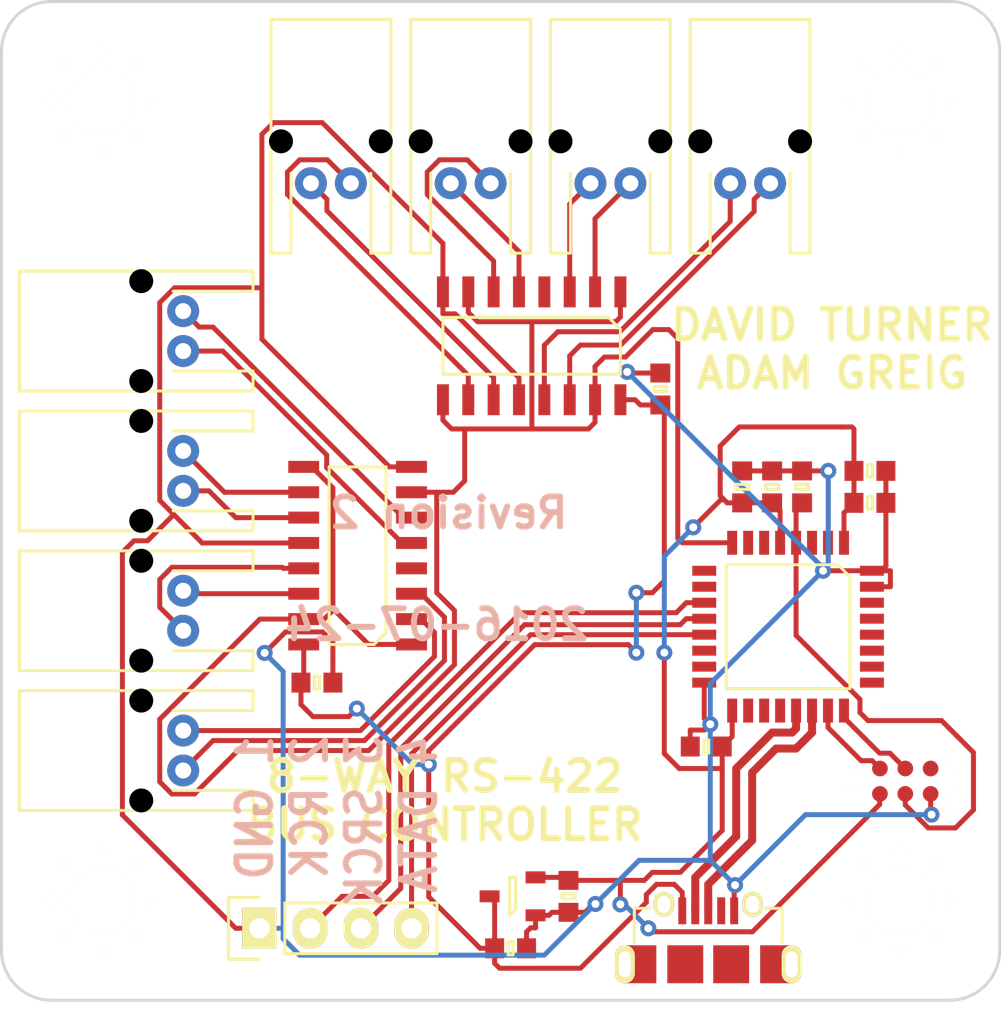
<source format=kicad_pcb>
(kicad_pcb (version 20171130) (host pcbnew "(5.1.12)-1")

  (general
    (thickness 1.6)
    (drawings 13)
    (tracks 366)
    (zones 0)
    (modules 29)
    (nets 51)
  )

  (page A4)
  (layers
    (0 F.Cu signal)
    (31 B.Cu signal)
    (32 B.Adhes user hide)
    (33 F.Adhes user hide)
    (34 B.Paste user hide)
    (35 F.Paste user hide)
    (36 B.SilkS user hide)
    (37 F.SilkS user hide)
    (38 B.Mask user hide)
    (39 F.Mask user hide)
    (40 Dwgs.User user hide)
    (41 Cmts.User user hide)
    (42 Eco1.User user hide)
    (43 Eco2.User user hide)
    (44 Edge.Cuts user)
    (45 Margin user hide)
    (46 B.CrtYd user hide)
    (47 F.CrtYd user hide)
    (48 B.Fab user hide)
    (49 F.Fab user hide)
  )

  (setup
    (last_trace_width 0.25)
    (user_trace_width 0.4)
    (user_trace_width 0.5)
    (trace_clearance 0.2)
    (zone_clearance 0.35)
    (zone_45_only no)
    (trace_min 0.2)
    (via_size 0.8)
    (via_drill 0.4)
    (via_min_size 0.8)
    (via_min_drill 0.4)
    (uvia_size 0.8)
    (uvia_drill 0.4)
    (uvias_allowed no)
    (uvia_min_size 0.8)
    (uvia_min_drill 0.4)
    (edge_width 0.15)
    (segment_width 0.2)
    (pcb_text_width 0.3)
    (pcb_text_size 1.5 1.5)
    (mod_edge_width 0.15)
    (mod_text_size 1 1)
    (mod_text_width 0.15)
    (pad_size 1.524 1.524)
    (pad_drill 0.762)
    (pad_to_mask_clearance 0)
    (aux_axis_origin 0 0)
    (visible_elements 7FFFFFFF)
    (pcbplotparams
      (layerselection 0x010f8_ffffffff)
      (usegerberextensions true)
      (usegerberattributes true)
      (usegerberadvancedattributes true)
      (creategerberjobfile true)
      (excludeedgelayer true)
      (linewidth 0.100000)
      (plotframeref false)
      (viasonmask false)
      (mode 1)
      (useauxorigin false)
      (hpglpennumber 1)
      (hpglpenspeed 20)
      (hpglpendiameter 15.000000)
      (psnegative false)
      (psa4output false)
      (plotreference true)
      (plotvalue true)
      (plotinvisibletext false)
      (padsonsilk false)
      (subtractmaskfromsilk false)
      (outputformat 1)
      (mirror false)
      (drillshape 0)
      (scaleselection 1)
      (outputdirectory "gerbers"))
  )

  (net 0 "")
  (net 1 /TX)
  (net 2 "Net-(IC1-Pad2)")
  (net 3 "Net-(IC1-Pad3)")
  (net 4 +5V)
  (net 5 "Net-(IC1-Pad6)")
  (net 6 GND)
  (net 7 "Net-(IC1-Pad10)")
  (net 8 "Net-(IC1-Pad14)")
  (net 9 /SHIFT_DATA)
  (net 10 /SHIFT_SRCK)
  (net 11 /SHIFT_RCK)
  (net 12 +3V3)
  (net 13 /nRST)
  (net 14 "Net-(IC1-Pad7)")
  (net 15 "Net-(IC1-Pad9)")
  (net 16 "Net-(IC1-Pad15)")
  (net 17 "Net-(IC1-Pad18)")
  (net 18 "Net-(IC1-Pad19)")
  (net 19 "Net-(IC1-Pad20)")
  (net 20 /USB_D-)
  (net 21 /USB_D+)
  (net 22 "Net-(IC1-Pad25)")
  (net 23 "Net-(IC1-Pad26)")
  (net 24 "Net-(IC1-Pad27)")
  (net 25 "Net-(IC1-Pad28)")
  (net 26 "Net-(IC1-Pad29)")
  (net 27 "Net-(IC1-Pad30)")
  (net 28 "Net-(IC3-Pad2)")
  (net 29 "Net-(IC3-Pad3)")
  (net 30 "Net-(IC3-Pad4)")
  (net 31 "Net-(IC3-Pad5)")
  (net 32 "Net-(IC3-Pad6)")
  (net 33 "Net-(IC3-Pad10)")
  (net 34 "Net-(IC3-Pad11)")
  (net 35 "Net-(IC3-Pad13)")
  (net 36 "Net-(IC3-Pad14)")
  (net 37 "Net-(IC4-Pad2)")
  (net 38 "Net-(IC4-Pad3)")
  (net 39 "Net-(IC4-Pad4)")
  (net 40 "Net-(IC4-Pad5)")
  (net 41 "Net-(IC4-Pad6)")
  (net 42 "Net-(IC4-Pad10)")
  (net 43 "Net-(IC4-Pad11)")
  (net 44 "Net-(IC4-Pad13)")
  (net 45 "Net-(IC4-Pad14)")
  (net 46 "Net-(J1-Pad4)")
  (net 47 "Net-(J1-PadS)")
  (net 48 /SWDIO)
  (net 49 /SWDCLK)
  (net 50 "Net-(P1-Pad6)")

  (net_class Default "This is the default net class."
    (clearance 0.2)
    (trace_width 0.25)
    (via_dia 0.8)
    (via_drill 0.4)
    (uvia_dia 0.8)
    (uvia_drill 0.4)
    (add_net +3V3)
    (add_net +5V)
    (add_net /SHIFT_DATA)
    (add_net /SHIFT_RCK)
    (add_net /SHIFT_SRCK)
    (add_net /SWDCLK)
    (add_net /SWDIO)
    (add_net /TX)
    (add_net /USB_D+)
    (add_net /USB_D-)
    (add_net /nRST)
    (add_net GND)
    (add_net "Net-(IC1-Pad10)")
    (add_net "Net-(IC1-Pad14)")
    (add_net "Net-(IC1-Pad15)")
    (add_net "Net-(IC1-Pad18)")
    (add_net "Net-(IC1-Pad19)")
    (add_net "Net-(IC1-Pad2)")
    (add_net "Net-(IC1-Pad20)")
    (add_net "Net-(IC1-Pad25)")
    (add_net "Net-(IC1-Pad26)")
    (add_net "Net-(IC1-Pad27)")
    (add_net "Net-(IC1-Pad28)")
    (add_net "Net-(IC1-Pad29)")
    (add_net "Net-(IC1-Pad3)")
    (add_net "Net-(IC1-Pad30)")
    (add_net "Net-(IC1-Pad6)")
    (add_net "Net-(IC1-Pad7)")
    (add_net "Net-(IC1-Pad9)")
    (add_net "Net-(IC3-Pad10)")
    (add_net "Net-(IC3-Pad11)")
    (add_net "Net-(IC3-Pad13)")
    (add_net "Net-(IC3-Pad14)")
    (add_net "Net-(IC3-Pad2)")
    (add_net "Net-(IC3-Pad3)")
    (add_net "Net-(IC3-Pad4)")
    (add_net "Net-(IC3-Pad5)")
    (add_net "Net-(IC3-Pad6)")
    (add_net "Net-(IC4-Pad10)")
    (add_net "Net-(IC4-Pad11)")
    (add_net "Net-(IC4-Pad13)")
    (add_net "Net-(IC4-Pad14)")
    (add_net "Net-(IC4-Pad2)")
    (add_net "Net-(IC4-Pad3)")
    (add_net "Net-(IC4-Pad4)")
    (add_net "Net-(IC4-Pad5)")
    (add_net "Net-(IC4-Pad6)")
    (add_net "Net-(J1-Pad4)")
    (add_net "Net-(J1-PadS)")
    (add_net "Net-(P1-Pad6)")
  )

  (module Pin_Headers:Pin_Header_Straight_1x04 (layer F.Cu) (tedit 56F93427) (tstamp 56F96D9F)
    (at 72.92 106.4 90)
    (descr "Through hole pin header")
    (tags "pin header")
    (path /56F855FD)
    (fp_text reference P5 (at 0 -5.1 90) (layer F.SilkS) hide
      (effects (font (size 1 1) (thickness 0.15)))
    )
    (fp_text value SHIFT (at 0 -3.1 90) (layer F.Fab) hide
      (effects (font (size 1 1) (thickness 0.15)))
    )
    (fp_line (start -1.55 -1.55) (end 1.55 -1.55) (layer F.SilkS) (width 0.15))
    (fp_line (start -1.55 0) (end -1.55 -1.55) (layer F.SilkS) (width 0.15))
    (fp_line (start 1.27 1.27) (end -1.27 1.27) (layer F.SilkS) (width 0.15))
    (fp_line (start -1.27 8.89) (end 1.27 8.89) (layer F.SilkS) (width 0.15))
    (fp_line (start 1.55 -1.55) (end 1.55 0) (layer F.SilkS) (width 0.15))
    (fp_line (start 1.27 1.27) (end 1.27 8.89) (layer F.SilkS) (width 0.15))
    (fp_line (start -1.27 1.27) (end -1.27 8.89) (layer F.SilkS) (width 0.15))
    (fp_line (start -1.75 9.4) (end 1.75 9.4) (layer F.CrtYd) (width 0.05))
    (fp_line (start -1.75 -1.75) (end 1.75 -1.75) (layer F.CrtYd) (width 0.05))
    (fp_line (start 1.75 -1.75) (end 1.75 9.4) (layer F.CrtYd) (width 0.05))
    (fp_line (start -1.75 -1.75) (end -1.75 9.4) (layer F.CrtYd) (width 0.05))
    (pad 1 thru_hole rect (at 0 0 90) (size 2.032 1.7272) (drill 1.016) (layers *.Cu *.Mask F.SilkS)
      (net 6 GND))
    (pad 2 thru_hole oval (at 0 2.54 90) (size 2.032 1.7272) (drill 1.016) (layers *.Cu *.Mask F.SilkS)
      (net 11 /SHIFT_RCK))
    (pad 3 thru_hole oval (at 0 5.08 90) (size 2.032 1.7272) (drill 1.016) (layers *.Cu *.Mask F.SilkS)
      (net 10 /SHIFT_SRCK))
    (pad 4 thru_hole oval (at 0 7.62 90) (size 2.032 1.7272) (drill 1.016) (layers *.Cu *.Mask F.SilkS)
      (net 9 /SHIFT_DATA))
    (model Pin_Headers.3dshapes/Pin_Header_Straight_1x04.wrl
      (offset (xyz 0 -3.809999942779541 0))
      (scale (xyz 1 1 1))
      (rotate (xyz 0 0 90))
    )
  )

  (module agg:S02B-PASK-2 (layer F.Cu) (tedit 56F92F32) (tstamp 56F96DCC)
    (at 69.1 97.5 90)
    (path /56F85688)
    (fp_text reference P6 (at 0 -9.15 90) (layer F.Fab) hide
      (effects (font (size 1 1) (thickness 0.15)))
    )
    (fp_text value BUS1 (at 0 4.45 90) (layer F.Fab) hide
      (effects (font (size 1 1) (thickness 0.15)))
    )
    (fp_line (start -3.25 3.75) (end -3.25 -8.45) (layer F.CrtYd) (width 0.01))
    (fp_line (start 3.25 3.75) (end -3.25 3.75) (layer F.CrtYd) (width 0.01))
    (fp_line (start 3.25 -8.45) (end 3.25 3.75) (layer F.CrtYd) (width 0.01))
    (fp_line (start -3.25 -8.45) (end 3.25 -8.45) (layer F.CrtYd) (width 0.01))
    (fp_line (start -1.25 -0.25) (end -0.75 -0.25) (layer F.Fab) (width 0.01))
    (fp_line (start -1.25 0.25) (end -1.25 -0.5) (layer F.Fab) (width 0.01))
    (fp_line (start -0.75 0.25) (end -1.25 0.25) (layer F.Fab) (width 0.01))
    (fp_line (start -0.75 -0.5) (end -0.75 0.25) (layer F.Fab) (width 0.01))
    (fp_line (start -1.25 -0.5) (end -0.75 -0.5) (layer F.Fab) (width 0.01))
    (fp_line (start 0.75 -0.25) (end 1.25 -0.25) (layer F.Fab) (width 0.01))
    (fp_line (start 0.75 0.25) (end 0.75 -0.5) (layer F.Fab) (width 0.01))
    (fp_line (start 1.25 0.25) (end 0.75 0.25) (layer F.Fab) (width 0.01))
    (fp_line (start 1.25 -0.5) (end 1.25 0.25) (layer F.Fab) (width 0.01))
    (fp_line (start 0.75 -0.5) (end 1.25 -0.5) (layer F.Fab) (width 0.01))
    (fp_line (start -3 -1.7) (end -3 -2.5) (layer F.Fab) (width 0.01))
    (fp_line (start -2.4 -1.7) (end -3 -1.7) (layer F.Fab) (width 0.01))
    (fp_line (start -2.4 -2.5) (end -2.4 -1.7) (layer F.Fab) (width 0.01))
    (fp_line (start -3 -2.5) (end -2.4 -2.5) (layer F.Fab) (width 0.01))
    (fp_line (start 2.4 -1.7) (end 2.4 -2.5) (layer F.Fab) (width 0.01))
    (fp_line (start 3 -1.7) (end 2.4 -1.7) (layer F.Fab) (width 0.01))
    (fp_line (start 3 -2.5) (end 3 -1.7) (layer F.Fab) (width 0.01))
    (fp_line (start 2.4 -2.5) (end 3 -2.5) (layer F.Fab) (width 0.01))
    (fp_line (start -2 3.5) (end -2 -0.5) (layer F.Fab) (width 0.01))
    (fp_line (start -3 3.5) (end -2 3.5) (layer F.Fab) (width 0.01))
    (fp_line (start -3 -8.2) (end -3 3.5) (layer F.Fab) (width 0.01))
    (fp_line (start 2 -0.5) (end -2 -0.5) (layer F.Fab) (width 0.01))
    (fp_line (start 2 3.5) (end 2 -0.5) (layer F.Fab) (width 0.01))
    (fp_line (start 3 3.5) (end 2 3.5) (layer F.Fab) (width 0.01))
    (fp_line (start 3 -8.2) (end 3 3.5) (layer F.Fab) (width 0.01))
    (fp_line (start -3 -8.2) (end 3 -8.2) (layer F.Fab) (width 0.01))
    (fp_line (start -2 3.5) (end -2 -0.5) (layer F.SilkS) (width 0.15))
    (fp_line (start -3 3.5) (end -2 3.5) (layer F.SilkS) (width 0.15))
    (fp_line (start -3 -8.2) (end -3 3.5) (layer F.SilkS) (width 0.15))
    (fp_line (start 2 3.5) (end 2 -0.5) (layer F.SilkS) (width 0.15))
    (fp_line (start 3 3.5) (end 2 3.5) (layer F.SilkS) (width 0.15))
    (fp_line (start 3 -8.2) (end 3 3.5) (layer F.SilkS) (width 0.15))
    (fp_line (start -3 -8.2) (end 3 -8.2) (layer F.SilkS) (width 0.15))
    (pad "" np_thru_hole circle (at 2.5 -2.1 90) (size 1.2 1.2) (drill 1.2) (layers *.Mask))
    (pad "" np_thru_hole circle (at -2.5 -2.1 90) (size 1.2 1.2) (drill 1.2) (layers *.Mask))
    (pad 1 thru_hole circle (at 1 0 90) (size 1.6 1.6) (drill 0.8) (layers *.Cu *.Mask)
      (net 28 "Net-(IC3-Pad2)"))
    (pad 2 thru_hole circle (at -1 0 90) (size 1.6 1.6) (drill 0.8) (layers *.Cu *.Mask)
      (net 29 "Net-(IC3-Pad3)"))
  )

  (module agg:S02B-PASK-2 (layer F.Cu) (tedit 56F92F35) (tstamp 56F96DF9)
    (at 69.1 76.5 90)
    (path /56F856B7)
    (fp_text reference P7 (at 0 -9.15 90) (layer F.Fab) hide
      (effects (font (size 1 1) (thickness 0.15)))
    )
    (fp_text value BUS2 (at 0 4.45 90) (layer F.Fab) hide
      (effects (font (size 1 1) (thickness 0.15)))
    )
    (fp_line (start -3.25 3.75) (end -3.25 -8.45) (layer F.CrtYd) (width 0.01))
    (fp_line (start 3.25 3.75) (end -3.25 3.75) (layer F.CrtYd) (width 0.01))
    (fp_line (start 3.25 -8.45) (end 3.25 3.75) (layer F.CrtYd) (width 0.01))
    (fp_line (start -3.25 -8.45) (end 3.25 -8.45) (layer F.CrtYd) (width 0.01))
    (fp_line (start -1.25 -0.25) (end -0.75 -0.25) (layer F.Fab) (width 0.01))
    (fp_line (start -1.25 0.25) (end -1.25 -0.5) (layer F.Fab) (width 0.01))
    (fp_line (start -0.75 0.25) (end -1.25 0.25) (layer F.Fab) (width 0.01))
    (fp_line (start -0.75 -0.5) (end -0.75 0.25) (layer F.Fab) (width 0.01))
    (fp_line (start -1.25 -0.5) (end -0.75 -0.5) (layer F.Fab) (width 0.01))
    (fp_line (start 0.75 -0.25) (end 1.25 -0.25) (layer F.Fab) (width 0.01))
    (fp_line (start 0.75 0.25) (end 0.75 -0.5) (layer F.Fab) (width 0.01))
    (fp_line (start 1.25 0.25) (end 0.75 0.25) (layer F.Fab) (width 0.01))
    (fp_line (start 1.25 -0.5) (end 1.25 0.25) (layer F.Fab) (width 0.01))
    (fp_line (start 0.75 -0.5) (end 1.25 -0.5) (layer F.Fab) (width 0.01))
    (fp_line (start -3 -1.7) (end -3 -2.5) (layer F.Fab) (width 0.01))
    (fp_line (start -2.4 -1.7) (end -3 -1.7) (layer F.Fab) (width 0.01))
    (fp_line (start -2.4 -2.5) (end -2.4 -1.7) (layer F.Fab) (width 0.01))
    (fp_line (start -3 -2.5) (end -2.4 -2.5) (layer F.Fab) (width 0.01))
    (fp_line (start 2.4 -1.7) (end 2.4 -2.5) (layer F.Fab) (width 0.01))
    (fp_line (start 3 -1.7) (end 2.4 -1.7) (layer F.Fab) (width 0.01))
    (fp_line (start 3 -2.5) (end 3 -1.7) (layer F.Fab) (width 0.01))
    (fp_line (start 2.4 -2.5) (end 3 -2.5) (layer F.Fab) (width 0.01))
    (fp_line (start -2 3.5) (end -2 -0.5) (layer F.Fab) (width 0.01))
    (fp_line (start -3 3.5) (end -2 3.5) (layer F.Fab) (width 0.01))
    (fp_line (start -3 -8.2) (end -3 3.5) (layer F.Fab) (width 0.01))
    (fp_line (start 2 -0.5) (end -2 -0.5) (layer F.Fab) (width 0.01))
    (fp_line (start 2 3.5) (end 2 -0.5) (layer F.Fab) (width 0.01))
    (fp_line (start 3 3.5) (end 2 3.5) (layer F.Fab) (width 0.01))
    (fp_line (start 3 -8.2) (end 3 3.5) (layer F.Fab) (width 0.01))
    (fp_line (start -3 -8.2) (end 3 -8.2) (layer F.Fab) (width 0.01))
    (fp_line (start -2 3.5) (end -2 -0.5) (layer F.SilkS) (width 0.15))
    (fp_line (start -3 3.5) (end -2 3.5) (layer F.SilkS) (width 0.15))
    (fp_line (start -3 -8.2) (end -3 3.5) (layer F.SilkS) (width 0.15))
    (fp_line (start 2 3.5) (end 2 -0.5) (layer F.SilkS) (width 0.15))
    (fp_line (start 3 3.5) (end 2 3.5) (layer F.SilkS) (width 0.15))
    (fp_line (start 3 -8.2) (end 3 3.5) (layer F.SilkS) (width 0.15))
    (fp_line (start -3 -8.2) (end 3 -8.2) (layer F.SilkS) (width 0.15))
    (pad "" np_thru_hole circle (at 2.5 -2.1 90) (size 1.2 1.2) (drill 1.2) (layers *.Mask))
    (pad "" np_thru_hole circle (at -2.5 -2.1 90) (size 1.2 1.2) (drill 1.2) (layers *.Mask))
    (pad 1 thru_hole circle (at 1 0 90) (size 1.6 1.6) (drill 0.8) (layers *.Cu *.Mask)
      (net 32 "Net-(IC3-Pad6)"))
    (pad 2 thru_hole circle (at -1 0 90) (size 1.6 1.6) (drill 0.8) (layers *.Cu *.Mask)
      (net 31 "Net-(IC3-Pad5)"))
  )

  (module agg:S02B-PASK-2 (layer F.Cu) (tedit 56F92F2C) (tstamp 56F96E26)
    (at 69.1 83.5 90)
    (path /56F856DE)
    (fp_text reference P8 (at 0 -9.15 90) (layer F.Fab) hide
      (effects (font (size 1 1) (thickness 0.15)))
    )
    (fp_text value BUS3 (at 0 4.45 90) (layer F.Fab) hide
      (effects (font (size 1 1) (thickness 0.15)))
    )
    (fp_line (start -3.25 3.75) (end -3.25 -8.45) (layer F.CrtYd) (width 0.01))
    (fp_line (start 3.25 3.75) (end -3.25 3.75) (layer F.CrtYd) (width 0.01))
    (fp_line (start 3.25 -8.45) (end 3.25 3.75) (layer F.CrtYd) (width 0.01))
    (fp_line (start -3.25 -8.45) (end 3.25 -8.45) (layer F.CrtYd) (width 0.01))
    (fp_line (start -1.25 -0.25) (end -0.75 -0.25) (layer F.Fab) (width 0.01))
    (fp_line (start -1.25 0.25) (end -1.25 -0.5) (layer F.Fab) (width 0.01))
    (fp_line (start -0.75 0.25) (end -1.25 0.25) (layer F.Fab) (width 0.01))
    (fp_line (start -0.75 -0.5) (end -0.75 0.25) (layer F.Fab) (width 0.01))
    (fp_line (start -1.25 -0.5) (end -0.75 -0.5) (layer F.Fab) (width 0.01))
    (fp_line (start 0.75 -0.25) (end 1.25 -0.25) (layer F.Fab) (width 0.01))
    (fp_line (start 0.75 0.25) (end 0.75 -0.5) (layer F.Fab) (width 0.01))
    (fp_line (start 1.25 0.25) (end 0.75 0.25) (layer F.Fab) (width 0.01))
    (fp_line (start 1.25 -0.5) (end 1.25 0.25) (layer F.Fab) (width 0.01))
    (fp_line (start 0.75 -0.5) (end 1.25 -0.5) (layer F.Fab) (width 0.01))
    (fp_line (start -3 -1.7) (end -3 -2.5) (layer F.Fab) (width 0.01))
    (fp_line (start -2.4 -1.7) (end -3 -1.7) (layer F.Fab) (width 0.01))
    (fp_line (start -2.4 -2.5) (end -2.4 -1.7) (layer F.Fab) (width 0.01))
    (fp_line (start -3 -2.5) (end -2.4 -2.5) (layer F.Fab) (width 0.01))
    (fp_line (start 2.4 -1.7) (end 2.4 -2.5) (layer F.Fab) (width 0.01))
    (fp_line (start 3 -1.7) (end 2.4 -1.7) (layer F.Fab) (width 0.01))
    (fp_line (start 3 -2.5) (end 3 -1.7) (layer F.Fab) (width 0.01))
    (fp_line (start 2.4 -2.5) (end 3 -2.5) (layer F.Fab) (width 0.01))
    (fp_line (start -2 3.5) (end -2 -0.5) (layer F.Fab) (width 0.01))
    (fp_line (start -3 3.5) (end -2 3.5) (layer F.Fab) (width 0.01))
    (fp_line (start -3 -8.2) (end -3 3.5) (layer F.Fab) (width 0.01))
    (fp_line (start 2 -0.5) (end -2 -0.5) (layer F.Fab) (width 0.01))
    (fp_line (start 2 3.5) (end 2 -0.5) (layer F.Fab) (width 0.01))
    (fp_line (start 3 3.5) (end 2 3.5) (layer F.Fab) (width 0.01))
    (fp_line (start 3 -8.2) (end 3 3.5) (layer F.Fab) (width 0.01))
    (fp_line (start -3 -8.2) (end 3 -8.2) (layer F.Fab) (width 0.01))
    (fp_line (start -2 3.5) (end -2 -0.5) (layer F.SilkS) (width 0.15))
    (fp_line (start -3 3.5) (end -2 3.5) (layer F.SilkS) (width 0.15))
    (fp_line (start -3 -8.2) (end -3 3.5) (layer F.SilkS) (width 0.15))
    (fp_line (start 2 3.5) (end 2 -0.5) (layer F.SilkS) (width 0.15))
    (fp_line (start 3 3.5) (end 2 3.5) (layer F.SilkS) (width 0.15))
    (fp_line (start 3 -8.2) (end 3 3.5) (layer F.SilkS) (width 0.15))
    (fp_line (start -3 -8.2) (end 3 -8.2) (layer F.SilkS) (width 0.15))
    (pad "" np_thru_hole circle (at 2.5 -2.1 90) (size 1.2 1.2) (drill 1.2) (layers *.Mask))
    (pad "" np_thru_hole circle (at -2.5 -2.1 90) (size 1.2 1.2) (drill 1.2) (layers *.Mask))
    (pad 1 thru_hole circle (at 1 0 90) (size 1.6 1.6) (drill 0.8) (layers *.Cu *.Mask)
      (net 33 "Net-(IC3-Pad10)"))
    (pad 2 thru_hole circle (at -1 0 90) (size 1.6 1.6) (drill 0.8) (layers *.Cu *.Mask)
      (net 34 "Net-(IC3-Pad11)"))
  )

  (module agg:S02B-PASK-2 (layer F.Cu) (tedit 56F92F2F) (tstamp 56F96E53)
    (at 69.1 90.5 90)
    (path /56F85707)
    (fp_text reference P9 (at 0 -9.15 90) (layer F.Fab) hide
      (effects (font (size 1 1) (thickness 0.15)))
    )
    (fp_text value BUS4 (at 0 4.45 90) (layer F.Fab) hide
      (effects (font (size 1 1) (thickness 0.15)))
    )
    (fp_line (start -3.25 3.75) (end -3.25 -8.45) (layer F.CrtYd) (width 0.01))
    (fp_line (start 3.25 3.75) (end -3.25 3.75) (layer F.CrtYd) (width 0.01))
    (fp_line (start 3.25 -8.45) (end 3.25 3.75) (layer F.CrtYd) (width 0.01))
    (fp_line (start -3.25 -8.45) (end 3.25 -8.45) (layer F.CrtYd) (width 0.01))
    (fp_line (start -1.25 -0.25) (end -0.75 -0.25) (layer F.Fab) (width 0.01))
    (fp_line (start -1.25 0.25) (end -1.25 -0.5) (layer F.Fab) (width 0.01))
    (fp_line (start -0.75 0.25) (end -1.25 0.25) (layer F.Fab) (width 0.01))
    (fp_line (start -0.75 -0.5) (end -0.75 0.25) (layer F.Fab) (width 0.01))
    (fp_line (start -1.25 -0.5) (end -0.75 -0.5) (layer F.Fab) (width 0.01))
    (fp_line (start 0.75 -0.25) (end 1.25 -0.25) (layer F.Fab) (width 0.01))
    (fp_line (start 0.75 0.25) (end 0.75 -0.5) (layer F.Fab) (width 0.01))
    (fp_line (start 1.25 0.25) (end 0.75 0.25) (layer F.Fab) (width 0.01))
    (fp_line (start 1.25 -0.5) (end 1.25 0.25) (layer F.Fab) (width 0.01))
    (fp_line (start 0.75 -0.5) (end 1.25 -0.5) (layer F.Fab) (width 0.01))
    (fp_line (start -3 -1.7) (end -3 -2.5) (layer F.Fab) (width 0.01))
    (fp_line (start -2.4 -1.7) (end -3 -1.7) (layer F.Fab) (width 0.01))
    (fp_line (start -2.4 -2.5) (end -2.4 -1.7) (layer F.Fab) (width 0.01))
    (fp_line (start -3 -2.5) (end -2.4 -2.5) (layer F.Fab) (width 0.01))
    (fp_line (start 2.4 -1.7) (end 2.4 -2.5) (layer F.Fab) (width 0.01))
    (fp_line (start 3 -1.7) (end 2.4 -1.7) (layer F.Fab) (width 0.01))
    (fp_line (start 3 -2.5) (end 3 -1.7) (layer F.Fab) (width 0.01))
    (fp_line (start 2.4 -2.5) (end 3 -2.5) (layer F.Fab) (width 0.01))
    (fp_line (start -2 3.5) (end -2 -0.5) (layer F.Fab) (width 0.01))
    (fp_line (start -3 3.5) (end -2 3.5) (layer F.Fab) (width 0.01))
    (fp_line (start -3 -8.2) (end -3 3.5) (layer F.Fab) (width 0.01))
    (fp_line (start 2 -0.5) (end -2 -0.5) (layer F.Fab) (width 0.01))
    (fp_line (start 2 3.5) (end 2 -0.5) (layer F.Fab) (width 0.01))
    (fp_line (start 3 3.5) (end 2 3.5) (layer F.Fab) (width 0.01))
    (fp_line (start 3 -8.2) (end 3 3.5) (layer F.Fab) (width 0.01))
    (fp_line (start -3 -8.2) (end 3 -8.2) (layer F.Fab) (width 0.01))
    (fp_line (start -2 3.5) (end -2 -0.5) (layer F.SilkS) (width 0.15))
    (fp_line (start -3 3.5) (end -2 3.5) (layer F.SilkS) (width 0.15))
    (fp_line (start -3 -8.2) (end -3 3.5) (layer F.SilkS) (width 0.15))
    (fp_line (start 2 3.5) (end 2 -0.5) (layer F.SilkS) (width 0.15))
    (fp_line (start 3 3.5) (end 2 3.5) (layer F.SilkS) (width 0.15))
    (fp_line (start 3 -8.2) (end 3 3.5) (layer F.SilkS) (width 0.15))
    (fp_line (start -3 -8.2) (end 3 -8.2) (layer F.SilkS) (width 0.15))
    (pad "" np_thru_hole circle (at 2.5 -2.1 90) (size 1.2 1.2) (drill 1.2) (layers *.Mask))
    (pad "" np_thru_hole circle (at -2.5 -2.1 90) (size 1.2 1.2) (drill 1.2) (layers *.Mask))
    (pad 1 thru_hole circle (at 1 0 90) (size 1.6 1.6) (drill 0.8) (layers *.Cu *.Mask)
      (net 36 "Net-(IC3-Pad14)"))
    (pad 2 thru_hole circle (at -1 0 90) (size 1.6 1.6) (drill 0.8) (layers *.Cu *.Mask)
      (net 35 "Net-(IC3-Pad13)"))
  )

  (module agg:S02B-PASK-2 (layer F.Cu) (tedit 56F93909) (tstamp 56F96E80)
    (at 90.5 69.1)
    (path /56F85734)
    (fp_text reference P10 (at 0 -9.15) (layer F.Fab) hide
      (effects (font (size 1 1) (thickness 0.15)))
    )
    (fp_text value BUS5 (at 0 4.45) (layer F.Fab) hide
      (effects (font (size 1 1) (thickness 0.15)))
    )
    (fp_line (start -3.25 3.75) (end -3.25 -8.45) (layer F.CrtYd) (width 0.01))
    (fp_line (start 3.25 3.75) (end -3.25 3.75) (layer F.CrtYd) (width 0.01))
    (fp_line (start 3.25 -8.45) (end 3.25 3.75) (layer F.CrtYd) (width 0.01))
    (fp_line (start -3.25 -8.45) (end 3.25 -8.45) (layer F.CrtYd) (width 0.01))
    (fp_line (start -1.25 -0.25) (end -0.75 -0.25) (layer F.Fab) (width 0.01))
    (fp_line (start -1.25 0.25) (end -1.25 -0.5) (layer F.Fab) (width 0.01))
    (fp_line (start -0.75 0.25) (end -1.25 0.25) (layer F.Fab) (width 0.01))
    (fp_line (start -0.75 -0.5) (end -0.75 0.25) (layer F.Fab) (width 0.01))
    (fp_line (start -1.25 -0.5) (end -0.75 -0.5) (layer F.Fab) (width 0.01))
    (fp_line (start 0.75 -0.25) (end 1.25 -0.25) (layer F.Fab) (width 0.01))
    (fp_line (start 0.75 0.25) (end 0.75 -0.5) (layer F.Fab) (width 0.01))
    (fp_line (start 1.25 0.25) (end 0.75 0.25) (layer F.Fab) (width 0.01))
    (fp_line (start 1.25 -0.5) (end 1.25 0.25) (layer F.Fab) (width 0.01))
    (fp_line (start 0.75 -0.5) (end 1.25 -0.5) (layer F.Fab) (width 0.01))
    (fp_line (start -3 -1.7) (end -3 -2.5) (layer F.Fab) (width 0.01))
    (fp_line (start -2.4 -1.7) (end -3 -1.7) (layer F.Fab) (width 0.01))
    (fp_line (start -2.4 -2.5) (end -2.4 -1.7) (layer F.Fab) (width 0.01))
    (fp_line (start -3 -2.5) (end -2.4 -2.5) (layer F.Fab) (width 0.01))
    (fp_line (start 2.4 -1.7) (end 2.4 -2.5) (layer F.Fab) (width 0.01))
    (fp_line (start 3 -1.7) (end 2.4 -1.7) (layer F.Fab) (width 0.01))
    (fp_line (start 3 -2.5) (end 3 -1.7) (layer F.Fab) (width 0.01))
    (fp_line (start 2.4 -2.5) (end 3 -2.5) (layer F.Fab) (width 0.01))
    (fp_line (start -2 3.5) (end -2 -0.5) (layer F.Fab) (width 0.01))
    (fp_line (start -3 3.5) (end -2 3.5) (layer F.Fab) (width 0.01))
    (fp_line (start -3 -8.2) (end -3 3.5) (layer F.Fab) (width 0.01))
    (fp_line (start 2 -0.5) (end -2 -0.5) (layer F.Fab) (width 0.01))
    (fp_line (start 2 3.5) (end 2 -0.5) (layer F.Fab) (width 0.01))
    (fp_line (start 3 3.5) (end 2 3.5) (layer F.Fab) (width 0.01))
    (fp_line (start 3 -8.2) (end 3 3.5) (layer F.Fab) (width 0.01))
    (fp_line (start -3 -8.2) (end 3 -8.2) (layer F.Fab) (width 0.01))
    (fp_line (start -2 3.5) (end -2 -0.5) (layer F.SilkS) (width 0.15))
    (fp_line (start -3 3.5) (end -2 3.5) (layer F.SilkS) (width 0.15))
    (fp_line (start -3 -8.2) (end -3 3.5) (layer F.SilkS) (width 0.15))
    (fp_line (start 2 3.5) (end 2 -0.5) (layer F.SilkS) (width 0.15))
    (fp_line (start 3 3.5) (end 2 3.5) (layer F.SilkS) (width 0.15))
    (fp_line (start 3 -8.2) (end 3 3.5) (layer F.SilkS) (width 0.15))
    (fp_line (start -3 -8.2) (end 3 -8.2) (layer F.SilkS) (width 0.15))
    (pad "" np_thru_hole circle (at 2.5 -2.1) (size 1.2 1.2) (drill 1.2) (layers *.Mask))
    (pad "" np_thru_hole circle (at -2.5 -2.1) (size 1.2 1.2) (drill 1.2) (layers *.Mask))
    (pad 1 thru_hole circle (at 1 0) (size 1.6 1.6) (drill 0.8) (layers *.Cu *.Mask)
      (net 37 "Net-(IC4-Pad2)"))
    (pad 2 thru_hole circle (at -1 0) (size 1.6 1.6) (drill 0.8) (layers *.Cu *.Mask)
      (net 38 "Net-(IC4-Pad3)"))
  )

  (module agg:S02B-PASK-2 (layer F.Cu) (tedit 56F9390C) (tstamp 56F96EAD)
    (at 83.5 69.1)
    (path /56F85777)
    (fp_text reference P11 (at 0 -9.15) (layer F.Fab) hide
      (effects (font (size 1 1) (thickness 0.15)))
    )
    (fp_text value BUS6 (at 0 4.45) (layer F.Fab) hide
      (effects (font (size 1 1) (thickness 0.15)))
    )
    (fp_line (start -3.25 3.75) (end -3.25 -8.45) (layer F.CrtYd) (width 0.01))
    (fp_line (start 3.25 3.75) (end -3.25 3.75) (layer F.CrtYd) (width 0.01))
    (fp_line (start 3.25 -8.45) (end 3.25 3.75) (layer F.CrtYd) (width 0.01))
    (fp_line (start -3.25 -8.45) (end 3.25 -8.45) (layer F.CrtYd) (width 0.01))
    (fp_line (start -1.25 -0.25) (end -0.75 -0.25) (layer F.Fab) (width 0.01))
    (fp_line (start -1.25 0.25) (end -1.25 -0.5) (layer F.Fab) (width 0.01))
    (fp_line (start -0.75 0.25) (end -1.25 0.25) (layer F.Fab) (width 0.01))
    (fp_line (start -0.75 -0.5) (end -0.75 0.25) (layer F.Fab) (width 0.01))
    (fp_line (start -1.25 -0.5) (end -0.75 -0.5) (layer F.Fab) (width 0.01))
    (fp_line (start 0.75 -0.25) (end 1.25 -0.25) (layer F.Fab) (width 0.01))
    (fp_line (start 0.75 0.25) (end 0.75 -0.5) (layer F.Fab) (width 0.01))
    (fp_line (start 1.25 0.25) (end 0.75 0.25) (layer F.Fab) (width 0.01))
    (fp_line (start 1.25 -0.5) (end 1.25 0.25) (layer F.Fab) (width 0.01))
    (fp_line (start 0.75 -0.5) (end 1.25 -0.5) (layer F.Fab) (width 0.01))
    (fp_line (start -3 -1.7) (end -3 -2.5) (layer F.Fab) (width 0.01))
    (fp_line (start -2.4 -1.7) (end -3 -1.7) (layer F.Fab) (width 0.01))
    (fp_line (start -2.4 -2.5) (end -2.4 -1.7) (layer F.Fab) (width 0.01))
    (fp_line (start -3 -2.5) (end -2.4 -2.5) (layer F.Fab) (width 0.01))
    (fp_line (start 2.4 -1.7) (end 2.4 -2.5) (layer F.Fab) (width 0.01))
    (fp_line (start 3 -1.7) (end 2.4 -1.7) (layer F.Fab) (width 0.01))
    (fp_line (start 3 -2.5) (end 3 -1.7) (layer F.Fab) (width 0.01))
    (fp_line (start 2.4 -2.5) (end 3 -2.5) (layer F.Fab) (width 0.01))
    (fp_line (start -2 3.5) (end -2 -0.5) (layer F.Fab) (width 0.01))
    (fp_line (start -3 3.5) (end -2 3.5) (layer F.Fab) (width 0.01))
    (fp_line (start -3 -8.2) (end -3 3.5) (layer F.Fab) (width 0.01))
    (fp_line (start 2 -0.5) (end -2 -0.5) (layer F.Fab) (width 0.01))
    (fp_line (start 2 3.5) (end 2 -0.5) (layer F.Fab) (width 0.01))
    (fp_line (start 3 3.5) (end 2 3.5) (layer F.Fab) (width 0.01))
    (fp_line (start 3 -8.2) (end 3 3.5) (layer F.Fab) (width 0.01))
    (fp_line (start -3 -8.2) (end 3 -8.2) (layer F.Fab) (width 0.01))
    (fp_line (start -2 3.5) (end -2 -0.5) (layer F.SilkS) (width 0.15))
    (fp_line (start -3 3.5) (end -2 3.5) (layer F.SilkS) (width 0.15))
    (fp_line (start -3 -8.2) (end -3 3.5) (layer F.SilkS) (width 0.15))
    (fp_line (start 2 3.5) (end 2 -0.5) (layer F.SilkS) (width 0.15))
    (fp_line (start 3 3.5) (end 2 3.5) (layer F.SilkS) (width 0.15))
    (fp_line (start 3 -8.2) (end 3 3.5) (layer F.SilkS) (width 0.15))
    (fp_line (start -3 -8.2) (end 3 -8.2) (layer F.SilkS) (width 0.15))
    (pad "" np_thru_hole circle (at 2.5 -2.1) (size 1.2 1.2) (drill 1.2) (layers *.Mask))
    (pad "" np_thru_hole circle (at -2.5 -2.1) (size 1.2 1.2) (drill 1.2) (layers *.Mask))
    (pad 1 thru_hole circle (at 1 0) (size 1.6 1.6) (drill 0.8) (layers *.Cu *.Mask)
      (net 41 "Net-(IC4-Pad6)"))
    (pad 2 thru_hole circle (at -1 0) (size 1.6 1.6) (drill 0.8) (layers *.Cu *.Mask)
      (net 40 "Net-(IC4-Pad5)"))
  )

  (module agg:S02B-PASK-2 (layer F.Cu) (tedit 56F9390F) (tstamp 56F96EDA)
    (at 76.5 69.1)
    (path /56F857A6)
    (fp_text reference P12 (at 0 -9.15) (layer F.Fab) hide
      (effects (font (size 1 1) (thickness 0.15)))
    )
    (fp_text value BUS7 (at 0 4.45) (layer F.Fab) hide
      (effects (font (size 1 1) (thickness 0.15)))
    )
    (fp_line (start -3.25 3.75) (end -3.25 -8.45) (layer F.CrtYd) (width 0.01))
    (fp_line (start 3.25 3.75) (end -3.25 3.75) (layer F.CrtYd) (width 0.01))
    (fp_line (start 3.25 -8.45) (end 3.25 3.75) (layer F.CrtYd) (width 0.01))
    (fp_line (start -3.25 -8.45) (end 3.25 -8.45) (layer F.CrtYd) (width 0.01))
    (fp_line (start -1.25 -0.25) (end -0.75 -0.25) (layer F.Fab) (width 0.01))
    (fp_line (start -1.25 0.25) (end -1.25 -0.5) (layer F.Fab) (width 0.01))
    (fp_line (start -0.75 0.25) (end -1.25 0.25) (layer F.Fab) (width 0.01))
    (fp_line (start -0.75 -0.5) (end -0.75 0.25) (layer F.Fab) (width 0.01))
    (fp_line (start -1.25 -0.5) (end -0.75 -0.5) (layer F.Fab) (width 0.01))
    (fp_line (start 0.75 -0.25) (end 1.25 -0.25) (layer F.Fab) (width 0.01))
    (fp_line (start 0.75 0.25) (end 0.75 -0.5) (layer F.Fab) (width 0.01))
    (fp_line (start 1.25 0.25) (end 0.75 0.25) (layer F.Fab) (width 0.01))
    (fp_line (start 1.25 -0.5) (end 1.25 0.25) (layer F.Fab) (width 0.01))
    (fp_line (start 0.75 -0.5) (end 1.25 -0.5) (layer F.Fab) (width 0.01))
    (fp_line (start -3 -1.7) (end -3 -2.5) (layer F.Fab) (width 0.01))
    (fp_line (start -2.4 -1.7) (end -3 -1.7) (layer F.Fab) (width 0.01))
    (fp_line (start -2.4 -2.5) (end -2.4 -1.7) (layer F.Fab) (width 0.01))
    (fp_line (start -3 -2.5) (end -2.4 -2.5) (layer F.Fab) (width 0.01))
    (fp_line (start 2.4 -1.7) (end 2.4 -2.5) (layer F.Fab) (width 0.01))
    (fp_line (start 3 -1.7) (end 2.4 -1.7) (layer F.Fab) (width 0.01))
    (fp_line (start 3 -2.5) (end 3 -1.7) (layer F.Fab) (width 0.01))
    (fp_line (start 2.4 -2.5) (end 3 -2.5) (layer F.Fab) (width 0.01))
    (fp_line (start -2 3.5) (end -2 -0.5) (layer F.Fab) (width 0.01))
    (fp_line (start -3 3.5) (end -2 3.5) (layer F.Fab) (width 0.01))
    (fp_line (start -3 -8.2) (end -3 3.5) (layer F.Fab) (width 0.01))
    (fp_line (start 2 -0.5) (end -2 -0.5) (layer F.Fab) (width 0.01))
    (fp_line (start 2 3.5) (end 2 -0.5) (layer F.Fab) (width 0.01))
    (fp_line (start 3 3.5) (end 2 3.5) (layer F.Fab) (width 0.01))
    (fp_line (start 3 -8.2) (end 3 3.5) (layer F.Fab) (width 0.01))
    (fp_line (start -3 -8.2) (end 3 -8.2) (layer F.Fab) (width 0.01))
    (fp_line (start -2 3.5) (end -2 -0.5) (layer F.SilkS) (width 0.15))
    (fp_line (start -3 3.5) (end -2 3.5) (layer F.SilkS) (width 0.15))
    (fp_line (start -3 -8.2) (end -3 3.5) (layer F.SilkS) (width 0.15))
    (fp_line (start 2 3.5) (end 2 -0.5) (layer F.SilkS) (width 0.15))
    (fp_line (start 3 3.5) (end 2 3.5) (layer F.SilkS) (width 0.15))
    (fp_line (start 3 -8.2) (end 3 3.5) (layer F.SilkS) (width 0.15))
    (fp_line (start -3 -8.2) (end 3 -8.2) (layer F.SilkS) (width 0.15))
    (pad "" np_thru_hole circle (at 2.5 -2.1) (size 1.2 1.2) (drill 1.2) (layers *.Mask))
    (pad "" np_thru_hole circle (at -2.5 -2.1) (size 1.2 1.2) (drill 1.2) (layers *.Mask))
    (pad 1 thru_hole circle (at 1 0) (size 1.6 1.6) (drill 0.8) (layers *.Cu *.Mask)
      (net 42 "Net-(IC4-Pad10)"))
    (pad 2 thru_hole circle (at -1 0) (size 1.6 1.6) (drill 0.8) (layers *.Cu *.Mask)
      (net 43 "Net-(IC4-Pad11)"))
  )

  (module agg:S02B-PASK-2 (layer F.Cu) (tedit 56F939FB) (tstamp 56F96F07)
    (at 97.5 69.1)
    (path /56F857D9)
    (fp_text reference P13 (at 0 -9.15) (layer F.Fab) hide
      (effects (font (size 1 1) (thickness 0.15)))
    )
    (fp_text value BUS8 (at 0 4.45) (layer F.Fab) hide
      (effects (font (size 1 1) (thickness 0.15)))
    )
    (fp_line (start -3.25 3.75) (end -3.25 -8.45) (layer F.CrtYd) (width 0.01))
    (fp_line (start 3.25 3.75) (end -3.25 3.75) (layer F.CrtYd) (width 0.01))
    (fp_line (start 3.25 -8.45) (end 3.25 3.75) (layer F.CrtYd) (width 0.01))
    (fp_line (start -3.25 -8.45) (end 3.25 -8.45) (layer F.CrtYd) (width 0.01))
    (fp_line (start -1.25 -0.25) (end -0.75 -0.25) (layer F.Fab) (width 0.01))
    (fp_line (start -1.25 0.25) (end -1.25 -0.5) (layer F.Fab) (width 0.01))
    (fp_line (start -0.75 0.25) (end -1.25 0.25) (layer F.Fab) (width 0.01))
    (fp_line (start -0.75 -0.5) (end -0.75 0.25) (layer F.Fab) (width 0.01))
    (fp_line (start -1.25 -0.5) (end -0.75 -0.5) (layer F.Fab) (width 0.01))
    (fp_line (start 0.75 -0.25) (end 1.25 -0.25) (layer F.Fab) (width 0.01))
    (fp_line (start 0.75 0.25) (end 0.75 -0.5) (layer F.Fab) (width 0.01))
    (fp_line (start 1.25 0.25) (end 0.75 0.25) (layer F.Fab) (width 0.01))
    (fp_line (start 1.25 -0.5) (end 1.25 0.25) (layer F.Fab) (width 0.01))
    (fp_line (start 0.75 -0.5) (end 1.25 -0.5) (layer F.Fab) (width 0.01))
    (fp_line (start -3 -1.7) (end -3 -2.5) (layer F.Fab) (width 0.01))
    (fp_line (start -2.4 -1.7) (end -3 -1.7) (layer F.Fab) (width 0.01))
    (fp_line (start -2.4 -2.5) (end -2.4 -1.7) (layer F.Fab) (width 0.01))
    (fp_line (start -3 -2.5) (end -2.4 -2.5) (layer F.Fab) (width 0.01))
    (fp_line (start 2.4 -1.7) (end 2.4 -2.5) (layer F.Fab) (width 0.01))
    (fp_line (start 3 -1.7) (end 2.4 -1.7) (layer F.Fab) (width 0.01))
    (fp_line (start 3 -2.5) (end 3 -1.7) (layer F.Fab) (width 0.01))
    (fp_line (start 2.4 -2.5) (end 3 -2.5) (layer F.Fab) (width 0.01))
    (fp_line (start -2 3.5) (end -2 -0.5) (layer F.Fab) (width 0.01))
    (fp_line (start -3 3.5) (end -2 3.5) (layer F.Fab) (width 0.01))
    (fp_line (start -3 -8.2) (end -3 3.5) (layer F.Fab) (width 0.01))
    (fp_line (start 2 -0.5) (end -2 -0.5) (layer F.Fab) (width 0.01))
    (fp_line (start 2 3.5) (end 2 -0.5) (layer F.Fab) (width 0.01))
    (fp_line (start 3 3.5) (end 2 3.5) (layer F.Fab) (width 0.01))
    (fp_line (start 3 -8.2) (end 3 3.5) (layer F.Fab) (width 0.01))
    (fp_line (start -3 -8.2) (end 3 -8.2) (layer F.Fab) (width 0.01))
    (fp_line (start -2 3.5) (end -2 -0.5) (layer F.SilkS) (width 0.15))
    (fp_line (start -3 3.5) (end -2 3.5) (layer F.SilkS) (width 0.15))
    (fp_line (start -3 -8.2) (end -3 3.5) (layer F.SilkS) (width 0.15))
    (fp_line (start 2 3.5) (end 2 -0.5) (layer F.SilkS) (width 0.15))
    (fp_line (start 3 3.5) (end 2 3.5) (layer F.SilkS) (width 0.15))
    (fp_line (start 3 -8.2) (end 3 3.5) (layer F.SilkS) (width 0.15))
    (fp_line (start -3 -8.2) (end 3 -8.2) (layer F.SilkS) (width 0.15))
    (pad "" np_thru_hole circle (at 2.5 -2.1) (size 1.2 1.2) (drill 1.2) (layers *.Mask))
    (pad "" np_thru_hole circle (at -2.5 -2.1) (size 1.2 1.2) (drill 1.2) (layers *.Mask))
    (pad 1 thru_hole circle (at 1 0) (size 1.6 1.6) (drill 0.8) (layers *.Cu *.Mask)
      (net 45 "Net-(IC4-Pad14)"))
    (pad 2 thru_hole circle (at -1 0) (size 1.6 1.6) (drill 0.8) (layers *.Cu *.Mask)
      (net 44 "Net-(IC4-Pad13)"))
  )

  (module agg:0603 (layer F.Cu) (tedit 56F87920) (tstamp 56F97212)
    (at 93 79.4 90)
    (path /56F88269)
    (fp_text reference C1 (at -2.225 0 -180) (layer F.Fab) hide
      (effects (font (size 1 1) (thickness 0.15)))
    )
    (fp_text value 100n (at 2.225 0 -180) (layer F.Fab) hide
      (effects (font (size 1 1) (thickness 0.15)))
    )
    (fp_line (start -1.55 0.75) (end -1.55 -0.75) (layer F.CrtYd) (width 0.01))
    (fp_line (start 1.55 0.75) (end -1.55 0.75) (layer F.CrtYd) (width 0.01))
    (fp_line (start 1.55 -0.75) (end 1.55 0.75) (layer F.CrtYd) (width 0.01))
    (fp_line (start -1.55 -0.75) (end 1.55 -0.75) (layer F.CrtYd) (width 0.01))
    (fp_line (start -0.125 0.325) (end -0.125 -0.325) (layer F.SilkS) (width 0.15))
    (fp_line (start 0.125 0.325) (end -0.125 0.325) (layer F.SilkS) (width 0.15))
    (fp_line (start 0.125 -0.325) (end 0.125 0.325) (layer F.SilkS) (width 0.15))
    (fp_line (start -0.125 -0.325) (end 0.125 -0.325) (layer F.SilkS) (width 0.15))
    (fp_line (start 0.45 -0.4) (end 0.45 0.4) (layer F.Fab) (width 0.01))
    (fp_line (start -0.45 -0.4) (end -0.45 0.4) (layer F.Fab) (width 0.01))
    (fp_line (start -0.8 0.4) (end -0.8 -0.4) (layer F.Fab) (width 0.01))
    (fp_line (start 0.8 0.4) (end -0.8 0.4) (layer F.Fab) (width 0.01))
    (fp_line (start 0.8 -0.4) (end 0.8 0.4) (layer F.Fab) (width 0.01))
    (fp_line (start -0.8 -0.4) (end 0.8 -0.4) (layer F.Fab) (width 0.01))
    (pad 1 smd rect (at -0.8 0 90) (size 0.95 1) (layers F.Cu F.Paste F.Mask)
      (net 4 +5V))
    (pad 2 smd rect (at 0.8 0 90) (size 0.95 1) (layers F.Cu F.Paste F.Mask)
      (net 6 GND))
  )

  (module agg:0603 (layer F.Cu) (tedit 56F87925) (tstamp 56F97226)
    (at 75.8 94.1)
    (path /56F87FF7)
    (fp_text reference C2 (at -2.225 0 -270) (layer F.Fab) hide
      (effects (font (size 1 1) (thickness 0.15)))
    )
    (fp_text value 100n (at 2.225 0 -270) (layer F.Fab) hide
      (effects (font (size 1 1) (thickness 0.15)))
    )
    (fp_line (start -1.55 0.75) (end -1.55 -0.75) (layer F.CrtYd) (width 0.01))
    (fp_line (start 1.55 0.75) (end -1.55 0.75) (layer F.CrtYd) (width 0.01))
    (fp_line (start 1.55 -0.75) (end 1.55 0.75) (layer F.CrtYd) (width 0.01))
    (fp_line (start -1.55 -0.75) (end 1.55 -0.75) (layer F.CrtYd) (width 0.01))
    (fp_line (start -0.125 0.325) (end -0.125 -0.325) (layer F.SilkS) (width 0.15))
    (fp_line (start 0.125 0.325) (end -0.125 0.325) (layer F.SilkS) (width 0.15))
    (fp_line (start 0.125 -0.325) (end 0.125 0.325) (layer F.SilkS) (width 0.15))
    (fp_line (start -0.125 -0.325) (end 0.125 -0.325) (layer F.SilkS) (width 0.15))
    (fp_line (start 0.45 -0.4) (end 0.45 0.4) (layer F.Fab) (width 0.01))
    (fp_line (start -0.45 -0.4) (end -0.45 0.4) (layer F.Fab) (width 0.01))
    (fp_line (start -0.8 0.4) (end -0.8 -0.4) (layer F.Fab) (width 0.01))
    (fp_line (start 0.8 0.4) (end -0.8 0.4) (layer F.Fab) (width 0.01))
    (fp_line (start 0.8 -0.4) (end 0.8 0.4) (layer F.Fab) (width 0.01))
    (fp_line (start -0.8 -0.4) (end 0.8 -0.4) (layer F.Fab) (width 0.01))
    (pad 1 smd rect (at -0.8 0) (size 0.95 1) (layers F.Cu F.Paste F.Mask)
      (net 4 +5V))
    (pad 2 smd rect (at 0.8 0) (size 0.95 1) (layers F.Cu F.Paste F.Mask)
      (net 6 GND))
  )

  (module agg:LQFP-32 (layer F.Cu) (tedit 57719DA1) (tstamp 5794B55B)
    (at 99.4 91.3 270)
    (path /5794B442)
    (fp_text reference IC1 (at 0 -5.75 270) (layer F.Fab)
      (effects (font (size 1 1) (thickness 0.15)))
    )
    (fp_text value STM32F0xxKxTx (at 0 5.75 270) (layer F.Fab)
      (effects (font (size 1 1) (thickness 0.15)))
    )
    (fp_circle (center -2.8 -2.8) (end -2.8 -2.4) (layer F.Fab) (width 0.01))
    (fp_line (start -5.05 5.05) (end -5.05 -5.05) (layer F.CrtYd) (width 0.01))
    (fp_line (start 5.05 5.05) (end -5.05 5.05) (layer F.CrtYd) (width 0.01))
    (fp_line (start 5.05 -5.05) (end 5.05 5.05) (layer F.CrtYd) (width 0.01))
    (fp_line (start -5.05 -5.05) (end 5.05 -5.05) (layer F.CrtYd) (width 0.01))
    (fp_line (start -3.1 -2.5) (end -2.5 -3.1) (layer F.SilkS) (width 0.15))
    (fp_line (start -3.1 3.1) (end -3.1 -2.5) (layer F.SilkS) (width 0.15))
    (fp_line (start 3.1 3.1) (end -3.1 3.1) (layer F.SilkS) (width 0.15))
    (fp_line (start 3.1 -3.1) (end 3.1 3.1) (layer F.SilkS) (width 0.15))
    (fp_line (start -2.5 -3.1) (end 3.1 -3.1) (layer F.SilkS) (width 0.15))
    (fp_line (start 2.6 4.6) (end 2.6 3.6) (layer F.Fab) (width 0.01))
    (fp_line (start 3 4.6) (end 2.6 4.6) (layer F.Fab) (width 0.01))
    (fp_line (start 3 3.6) (end 3 4.6) (layer F.Fab) (width 0.01))
    (fp_line (start 1.8 4.6) (end 1.8 3.6) (layer F.Fab) (width 0.01))
    (fp_line (start 2.2 4.6) (end 1.8 4.6) (layer F.Fab) (width 0.01))
    (fp_line (start 2.2 3.6) (end 2.2 4.6) (layer F.Fab) (width 0.01))
    (fp_line (start 1 4.6) (end 1 3.6) (layer F.Fab) (width 0.01))
    (fp_line (start 1.4 4.6) (end 1 4.6) (layer F.Fab) (width 0.01))
    (fp_line (start 1.4 3.6) (end 1.4 4.6) (layer F.Fab) (width 0.01))
    (fp_line (start 0.2 4.6) (end 0.2 3.6) (layer F.Fab) (width 0.01))
    (fp_line (start 0.6 4.6) (end 0.2 4.6) (layer F.Fab) (width 0.01))
    (fp_line (start 0.6 3.6) (end 0.6 4.6) (layer F.Fab) (width 0.01))
    (fp_line (start -0.6 4.6) (end -0.6 3.6) (layer F.Fab) (width 0.01))
    (fp_line (start -0.2 4.6) (end -0.6 4.6) (layer F.Fab) (width 0.01))
    (fp_line (start -0.2 3.6) (end -0.2 4.6) (layer F.Fab) (width 0.01))
    (fp_line (start -1.4 4.6) (end -1.4 3.6) (layer F.Fab) (width 0.01))
    (fp_line (start -1 4.6) (end -1.4 4.6) (layer F.Fab) (width 0.01))
    (fp_line (start -1 3.6) (end -1 4.6) (layer F.Fab) (width 0.01))
    (fp_line (start -2.2 4.6) (end -2.2 3.6) (layer F.Fab) (width 0.01))
    (fp_line (start -1.8 4.6) (end -2.2 4.6) (layer F.Fab) (width 0.01))
    (fp_line (start -1.8 3.6) (end -1.8 4.6) (layer F.Fab) (width 0.01))
    (fp_line (start -3 4.6) (end -3 3.6) (layer F.Fab) (width 0.01))
    (fp_line (start -2.6 4.6) (end -3 4.6) (layer F.Fab) (width 0.01))
    (fp_line (start -2.6 3.6) (end -2.6 4.6) (layer F.Fab) (width 0.01))
    (fp_line (start -3 -3.6) (end -3 -4.6) (layer F.Fab) (width 0.01))
    (fp_line (start -2.6 -4.6) (end -2.6 -3.6) (layer F.Fab) (width 0.01))
    (fp_line (start -3 -4.6) (end -2.6 -4.6) (layer F.Fab) (width 0.01))
    (fp_line (start -2.2 -3.6) (end -2.2 -4.6) (layer F.Fab) (width 0.01))
    (fp_line (start -1.8 -4.6) (end -1.8 -3.6) (layer F.Fab) (width 0.01))
    (fp_line (start -2.2 -4.6) (end -1.8 -4.6) (layer F.Fab) (width 0.01))
    (fp_line (start -1.4 -3.6) (end -1.4 -4.6) (layer F.Fab) (width 0.01))
    (fp_line (start -1 -4.6) (end -1 -3.6) (layer F.Fab) (width 0.01))
    (fp_line (start -1.4 -4.6) (end -1 -4.6) (layer F.Fab) (width 0.01))
    (fp_line (start -0.6 -3.6) (end -0.6 -4.6) (layer F.Fab) (width 0.01))
    (fp_line (start -0.2 -4.6) (end -0.2 -3.6) (layer F.Fab) (width 0.01))
    (fp_line (start -0.6 -4.6) (end -0.2 -4.6) (layer F.Fab) (width 0.01))
    (fp_line (start 0.2 -3.6) (end 0.2 -4.6) (layer F.Fab) (width 0.01))
    (fp_line (start 0.6 -4.6) (end 0.6 -3.6) (layer F.Fab) (width 0.01))
    (fp_line (start 0.2 -4.6) (end 0.6 -4.6) (layer F.Fab) (width 0.01))
    (fp_line (start 1 -3.6) (end 1 -4.6) (layer F.Fab) (width 0.01))
    (fp_line (start 1.4 -4.6) (end 1.4 -3.6) (layer F.Fab) (width 0.01))
    (fp_line (start 1 -4.6) (end 1.4 -4.6) (layer F.Fab) (width 0.01))
    (fp_line (start 1.8 -3.6) (end 1.8 -4.6) (layer F.Fab) (width 0.01))
    (fp_line (start 2.2 -4.6) (end 2.2 -3.6) (layer F.Fab) (width 0.01))
    (fp_line (start 1.8 -4.6) (end 2.2 -4.6) (layer F.Fab) (width 0.01))
    (fp_line (start 2.6 -3.6) (end 2.6 -4.6) (layer F.Fab) (width 0.01))
    (fp_line (start 3 -4.6) (end 3 -3.6) (layer F.Fab) (width 0.01))
    (fp_line (start 2.6 -4.6) (end 3 -4.6) (layer F.Fab) (width 0.01))
    (fp_line (start 4.6 -2.6) (end 3.6 -2.6) (layer F.Fab) (width 0.01))
    (fp_line (start 4.6 -3) (end 4.6 -2.6) (layer F.Fab) (width 0.01))
    (fp_line (start 3.6 -3) (end 4.6 -3) (layer F.Fab) (width 0.01))
    (fp_line (start 4.6 -1.8) (end 3.6 -1.8) (layer F.Fab) (width 0.01))
    (fp_line (start 4.6 -2.2) (end 4.6 -1.8) (layer F.Fab) (width 0.01))
    (fp_line (start 3.6 -2.2) (end 4.6 -2.2) (layer F.Fab) (width 0.01))
    (fp_line (start 4.6 -1) (end 3.6 -1) (layer F.Fab) (width 0.01))
    (fp_line (start 4.6 -1.4) (end 4.6 -1) (layer F.Fab) (width 0.01))
    (fp_line (start 3.6 -1.4) (end 4.6 -1.4) (layer F.Fab) (width 0.01))
    (fp_line (start 4.6 -0.2) (end 3.6 -0.2) (layer F.Fab) (width 0.01))
    (fp_line (start 4.6 -0.6) (end 4.6 -0.2) (layer F.Fab) (width 0.01))
    (fp_line (start 3.6 -0.6) (end 4.6 -0.6) (layer F.Fab) (width 0.01))
    (fp_line (start 4.6 0.6) (end 3.6 0.6) (layer F.Fab) (width 0.01))
    (fp_line (start 4.6 0.2) (end 4.6 0.6) (layer F.Fab) (width 0.01))
    (fp_line (start 3.6 0.2) (end 4.6 0.2) (layer F.Fab) (width 0.01))
    (fp_line (start 4.6 1.4) (end 3.6 1.4) (layer F.Fab) (width 0.01))
    (fp_line (start 4.6 1) (end 4.6 1.4) (layer F.Fab) (width 0.01))
    (fp_line (start 3.6 1) (end 4.6 1) (layer F.Fab) (width 0.01))
    (fp_line (start 4.6 2.2) (end 3.6 2.2) (layer F.Fab) (width 0.01))
    (fp_line (start 4.6 1.8) (end 4.6 2.2) (layer F.Fab) (width 0.01))
    (fp_line (start 3.6 1.8) (end 4.6 1.8) (layer F.Fab) (width 0.01))
    (fp_line (start 4.6 3) (end 3.6 3) (layer F.Fab) (width 0.01))
    (fp_line (start 4.6 2.6) (end 4.6 3) (layer F.Fab) (width 0.01))
    (fp_line (start 3.6 2.6) (end 4.6 2.6) (layer F.Fab) (width 0.01))
    (fp_line (start -4.6 3) (end -4.6 2.6) (layer F.Fab) (width 0.01))
    (fp_line (start -3.6 3) (end -4.6 3) (layer F.Fab) (width 0.01))
    (fp_line (start -4.6 2.6) (end -3.6 2.6) (layer F.Fab) (width 0.01))
    (fp_line (start -4.6 2.2) (end -4.6 1.8) (layer F.Fab) (width 0.01))
    (fp_line (start -3.6 2.2) (end -4.6 2.2) (layer F.Fab) (width 0.01))
    (fp_line (start -4.6 1.8) (end -3.6 1.8) (layer F.Fab) (width 0.01))
    (fp_line (start -4.6 1.4) (end -4.6 1) (layer F.Fab) (width 0.01))
    (fp_line (start -3.6 1.4) (end -4.6 1.4) (layer F.Fab) (width 0.01))
    (fp_line (start -4.6 1) (end -3.6 1) (layer F.Fab) (width 0.01))
    (fp_line (start -4.6 0.6) (end -4.6 0.2) (layer F.Fab) (width 0.01))
    (fp_line (start -3.6 0.6) (end -4.6 0.6) (layer F.Fab) (width 0.01))
    (fp_line (start -4.6 0.2) (end -3.6 0.2) (layer F.Fab) (width 0.01))
    (fp_line (start -4.6 -0.2) (end -4.6 -0.6) (layer F.Fab) (width 0.01))
    (fp_line (start -3.6 -0.2) (end -4.6 -0.2) (layer F.Fab) (width 0.01))
    (fp_line (start -4.6 -0.6) (end -3.6 -0.6) (layer F.Fab) (width 0.01))
    (fp_line (start -4.6 -1) (end -4.6 -1.4) (layer F.Fab) (width 0.01))
    (fp_line (start -3.6 -1) (end -4.6 -1) (layer F.Fab) (width 0.01))
    (fp_line (start -4.6 -1.4) (end -3.6 -1.4) (layer F.Fab) (width 0.01))
    (fp_line (start -4.6 -1.8) (end -4.6 -2.2) (layer F.Fab) (width 0.01))
    (fp_line (start -3.6 -1.8) (end -4.6 -1.8) (layer F.Fab) (width 0.01))
    (fp_line (start -4.6 -2.2) (end -3.6 -2.2) (layer F.Fab) (width 0.01))
    (fp_line (start -4.6 -2.6) (end -4.6 -3) (layer F.Fab) (width 0.01))
    (fp_line (start -3.6 -2.6) (end -4.6 -2.6) (layer F.Fab) (width 0.01))
    (fp_line (start -4.6 -3) (end -3.6 -3) (layer F.Fab) (width 0.01))
    (fp_line (start -3.6 3.6) (end -3.6 -3.6) (layer F.Fab) (width 0.01))
    (fp_line (start 3.6 3.6) (end -3.6 3.6) (layer F.Fab) (width 0.01))
    (fp_line (start 3.6 -3.6) (end 3.6 3.6) (layer F.Fab) (width 0.01))
    (fp_line (start -3.6 -3.6) (end 3.6 -3.6) (layer F.Fab) (width 0.01))
    (pad 1 smd rect (at -4.2 -2.8 270) (size 1.2 0.5) (layers F.Cu F.Paste F.Mask)
      (net 12 +3V3))
    (pad 2 smd rect (at -4.2 -2 270) (size 1.2 0.5) (layers F.Cu F.Paste F.Mask)
      (net 2 "Net-(IC1-Pad2)"))
    (pad 3 smd rect (at -4.2 -1.2 270) (size 1.2 0.5) (layers F.Cu F.Paste F.Mask)
      (net 3 "Net-(IC1-Pad3)"))
    (pad 4 smd rect (at -4.2 -0.4 270) (size 1.2 0.5) (layers F.Cu F.Paste F.Mask)
      (net 13 /nRST))
    (pad 5 smd rect (at -4.2 0.4 270) (size 1.2 0.5) (layers F.Cu F.Paste F.Mask)
      (net 12 +3V3))
    (pad 6 smd rect (at -4.2 1.2 270) (size 1.2 0.5) (layers F.Cu F.Paste F.Mask)
      (net 5 "Net-(IC1-Pad6)"))
    (pad 7 smd rect (at -4.2 2 270) (size 1.2 0.5) (layers F.Cu F.Paste F.Mask)
      (net 14 "Net-(IC1-Pad7)"))
    (pad 8 smd rect (at -4.2 2.8 270) (size 1.2 0.5) (layers F.Cu F.Paste F.Mask)
      (net 1 /TX))
    (pad 9 smd rect (at -2.8 4.2 270) (size 0.5 1.2) (layers F.Cu F.Paste F.Mask)
      (net 15 "Net-(IC1-Pad9)"))
    (pad 10 smd rect (at -2 4.2 270) (size 0.5 1.2) (layers F.Cu F.Paste F.Mask)
      (net 7 "Net-(IC1-Pad10)"))
    (pad 11 smd rect (at -1.2 4.2 270) (size 0.5 1.2) (layers F.Cu F.Paste F.Mask)
      (net 11 /SHIFT_RCK))
    (pad 12 smd rect (at -0.4 4.2 270) (size 0.5 1.2) (layers F.Cu F.Paste F.Mask)
      (net 10 /SHIFT_SRCK))
    (pad 13 smd rect (at 0.4 4.2 270) (size 0.5 1.2) (layers F.Cu F.Paste F.Mask)
      (net 9 /SHIFT_DATA))
    (pad 14 smd rect (at 1.2 4.2 270) (size 0.5 1.2) (layers F.Cu F.Paste F.Mask)
      (net 8 "Net-(IC1-Pad14)"))
    (pad 15 smd rect (at 2 4.2 270) (size 0.5 1.2) (layers F.Cu F.Paste F.Mask)
      (net 16 "Net-(IC1-Pad15)"))
    (pad 16 smd rect (at 2.8 4.2 270) (size 0.5 1.2) (layers F.Cu F.Paste F.Mask)
      (net 6 GND))
    (pad 17 smd rect (at 4.2 2.8 270) (size 1.2 0.5) (layers F.Cu F.Paste F.Mask)
      (net 12 +3V3))
    (pad 18 smd rect (at 4.2 2 270) (size 1.2 0.5) (layers F.Cu F.Paste F.Mask)
      (net 17 "Net-(IC1-Pad18)"))
    (pad 19 smd rect (at 4.2 1.2 270) (size 1.2 0.5) (layers F.Cu F.Paste F.Mask)
      (net 18 "Net-(IC1-Pad19)"))
    (pad 20 smd rect (at 4.2 0.4 270) (size 1.2 0.5) (layers F.Cu F.Paste F.Mask)
      (net 19 "Net-(IC1-Pad20)"))
    (pad 21 smd rect (at 4.2 -0.4 270) (size 1.2 0.5) (layers F.Cu F.Paste F.Mask)
      (net 20 /USB_D-))
    (pad 22 smd rect (at 4.2 -1.2 270) (size 1.2 0.5) (layers F.Cu F.Paste F.Mask)
      (net 21 /USB_D+))
    (pad 23 smd rect (at 4.2 -2 270) (size 1.2 0.5) (layers F.Cu F.Paste F.Mask)
      (net 48 /SWDIO))
    (pad 24 smd rect (at 4.2 -2.8 270) (size 1.2 0.5) (layers F.Cu F.Paste F.Mask)
      (net 49 /SWDCLK))
    (pad 25 smd rect (at 2.8 -4.2 270) (size 0.5 1.2) (layers F.Cu F.Paste F.Mask)
      (net 22 "Net-(IC1-Pad25)"))
    (pad 26 smd rect (at 2 -4.2 270) (size 0.5 1.2) (layers F.Cu F.Paste F.Mask)
      (net 23 "Net-(IC1-Pad26)"))
    (pad 27 smd rect (at 1.2 -4.2 270) (size 0.5 1.2) (layers F.Cu F.Paste F.Mask)
      (net 24 "Net-(IC1-Pad27)"))
    (pad 28 smd rect (at 0.4 -4.2 270) (size 0.5 1.2) (layers F.Cu F.Paste F.Mask)
      (net 25 "Net-(IC1-Pad28)"))
    (pad 29 smd rect (at -0.4 -4.2 270) (size 0.5 1.2) (layers F.Cu F.Paste F.Mask)
      (net 26 "Net-(IC1-Pad29)"))
    (pad 30 smd rect (at -1.2 -4.2 270) (size 0.5 1.2) (layers F.Cu F.Paste F.Mask)
      (net 27 "Net-(IC1-Pad30)"))
    (pad 31 smd rect (at -2 -4.2 270) (size 0.5 1.2) (layers F.Cu F.Paste F.Mask)
      (net 6 GND))
    (pad 32 smd rect (at -2.8 -4.2 270) (size 0.5 1.2) (layers F.Cu F.Paste F.Mask)
      (net 6 GND))
  )

  (module agg:SOT-23 (layer F.Cu) (tedit 5765688A) (tstamp 5794B5EC)
    (at 85.6 104.8 180)
    (path /5794D016)
    (fp_text reference IC2 (at 0 -2.45 180) (layer F.Fab)
      (effects (font (size 1 1) (thickness 0.15)))
    )
    (fp_text value MCP1700 (at 0 2.45 180) (layer F.Fab)
      (effects (font (size 1 1) (thickness 0.15)))
    )
    (fp_circle (center 0.1 -0.7) (end 0.1 -0.3) (layer F.Fab) (width 0.01))
    (fp_line (start -1.9 1.75) (end -1.9 -1.75) (layer F.CrtYd) (width 0.01))
    (fp_line (start 1.9 1.75) (end -1.9 1.75) (layer F.CrtYd) (width 0.01))
    (fp_line (start 1.9 -1.75) (end 1.9 1.75) (layer F.CrtYd) (width 0.01))
    (fp_line (start -1.9 -1.75) (end 1.9 -1.75) (layer F.CrtYd) (width 0.01))
    (fp_line (start -0.15 -0.65) (end 0.15 -0.95) (layer F.SilkS) (width 0.15))
    (fp_line (start -0.15 0.95) (end -0.15 -0.65) (layer F.SilkS) (width 0.15))
    (fp_line (start 0.15 0.95) (end -0.15 0.95) (layer F.SilkS) (width 0.15))
    (fp_line (start 0.15 -0.95) (end 0.15 0.95) (layer F.SilkS) (width 0.15))
    (fp_line (start 0.15 -0.95) (end 0.15 -0.95) (layer F.SilkS) (width 0.15))
    (fp_line (start 1.25 0.24) (end 0.7 0.24) (layer F.Fab) (width 0.01))
    (fp_line (start 1.25 -0.24) (end 1.25 0.24) (layer F.Fab) (width 0.01))
    (fp_line (start 0.7 -0.24) (end 1.25 -0.24) (layer F.Fab) (width 0.01))
    (fp_line (start -1.25 1.19) (end -1.25 0.71) (layer F.Fab) (width 0.01))
    (fp_line (start -0.7 1.19) (end -1.25 1.19) (layer F.Fab) (width 0.01))
    (fp_line (start -1.25 0.71) (end -0.7 0.71) (layer F.Fab) (width 0.01))
    (fp_line (start -1.25 -0.71) (end -1.25 -1.19) (layer F.Fab) (width 0.01))
    (fp_line (start -0.7 -0.71) (end -1.25 -0.71) (layer F.Fab) (width 0.01))
    (fp_line (start -1.25 -1.19) (end -0.7 -1.19) (layer F.Fab) (width 0.01))
    (fp_line (start -0.7 1.5) (end -0.7 -1.5) (layer F.Fab) (width 0.01))
    (fp_line (start 0.7 1.5) (end -0.7 1.5) (layer F.Fab) (width 0.01))
    (fp_line (start 0.7 -1.5) (end 0.7 1.5) (layer F.Fab) (width 0.01))
    (fp_line (start -0.7 -1.5) (end 0.7 -1.5) (layer F.Fab) (width 0.01))
    (pad 1 smd rect (at -1.15 -0.95 180) (size 1 0.6) (layers F.Cu F.Paste F.Mask)
      (net 6 GND))
    (pad 2 smd rect (at -1.15 0.95 180) (size 1 0.6) (layers F.Cu F.Paste F.Mask)
      (net 12 +3V3))
    (pad 3 smd rect (at 1.15 0 180) (size 1 0.6) (layers F.Cu F.Paste F.Mask)
      (net 4 +5V))
    (model ${KISYS3DMOD}/TO_SOT_Packages_SMD.3dshapes/SOT-23.wrl
      (at (xyz 0 0 0))
      (scale (xyz 1 1 1))
      (rotate (xyz 0 0 90))
    )
  )

  (module agg:SOIC-16 (layer F.Cu) (tedit 57656747) (tstamp 5794B65A)
    (at 77.8379 87.7438 180)
    (path /5794AB3E)
    (fp_text reference IC3 (at 0 -5.95 180) (layer F.Fab)
      (effects (font (size 1 1) (thickness 0.15)))
    )
    (fp_text value AM26C31 (at 0 5.95 180) (layer F.Fab)
      (effects (font (size 1 1) (thickness 0.15)))
    )
    (fp_circle (center -1.2 -4.2) (end -1.2 -3.8) (layer F.Fab) (width 0.01))
    (fp_line (start -3.75 5.25) (end -3.75 -5.25) (layer F.CrtYd) (width 0.01))
    (fp_line (start 3.75 5.25) (end -3.75 5.25) (layer F.CrtYd) (width 0.01))
    (fp_line (start 3.75 -5.25) (end 3.75 5.25) (layer F.CrtYd) (width 0.01))
    (fp_line (start -3.75 -5.25) (end 3.75 -5.25) (layer F.CrtYd) (width 0.01))
    (fp_line (start -1.425 -3.845) (end -0.825 -4.445) (layer F.SilkS) (width 0.15))
    (fp_line (start -1.425 4.445) (end -1.425 -3.845) (layer F.SilkS) (width 0.15))
    (fp_line (start 1.425 4.445) (end -1.425 4.445) (layer F.SilkS) (width 0.15))
    (fp_line (start 1.425 -4.445) (end 1.425 4.445) (layer F.SilkS) (width 0.15))
    (fp_line (start -0.825 -4.445) (end 1.425 -4.445) (layer F.SilkS) (width 0.15))
    (fp_line (start 3.1 -4.195) (end 2 -4.195) (layer F.Fab) (width 0.01))
    (fp_line (start 3.1 -4.695) (end 3.1 -4.195) (layer F.Fab) (width 0.01))
    (fp_line (start 2 -4.695) (end 3.1 -4.695) (layer F.Fab) (width 0.01))
    (fp_line (start 3.1 -2.925) (end 2 -2.925) (layer F.Fab) (width 0.01))
    (fp_line (start 3.1 -3.425) (end 3.1 -2.925) (layer F.Fab) (width 0.01))
    (fp_line (start 2 -3.425) (end 3.1 -3.425) (layer F.Fab) (width 0.01))
    (fp_line (start 3.1 -1.655) (end 2 -1.655) (layer F.Fab) (width 0.01))
    (fp_line (start 3.1 -2.155) (end 3.1 -1.655) (layer F.Fab) (width 0.01))
    (fp_line (start 2 -2.155) (end 3.1 -2.155) (layer F.Fab) (width 0.01))
    (fp_line (start 3.1 -0.385) (end 2 -0.385) (layer F.Fab) (width 0.01))
    (fp_line (start 3.1 -0.885) (end 3.1 -0.385) (layer F.Fab) (width 0.01))
    (fp_line (start 2 -0.885) (end 3.1 -0.885) (layer F.Fab) (width 0.01))
    (fp_line (start 3.1 0.885) (end 2 0.885) (layer F.Fab) (width 0.01))
    (fp_line (start 3.1 0.385) (end 3.1 0.885) (layer F.Fab) (width 0.01))
    (fp_line (start 2 0.385) (end 3.1 0.385) (layer F.Fab) (width 0.01))
    (fp_line (start 3.1 2.155) (end 2 2.155) (layer F.Fab) (width 0.01))
    (fp_line (start 3.1 1.655) (end 3.1 2.155) (layer F.Fab) (width 0.01))
    (fp_line (start 2 1.655) (end 3.1 1.655) (layer F.Fab) (width 0.01))
    (fp_line (start 3.1 3.425) (end 2 3.425) (layer F.Fab) (width 0.01))
    (fp_line (start 3.1 2.925) (end 3.1 3.425) (layer F.Fab) (width 0.01))
    (fp_line (start 2 2.925) (end 3.1 2.925) (layer F.Fab) (width 0.01))
    (fp_line (start 3.1 4.695) (end 2 4.695) (layer F.Fab) (width 0.01))
    (fp_line (start 3.1 4.195) (end 3.1 4.695) (layer F.Fab) (width 0.01))
    (fp_line (start 2 4.195) (end 3.1 4.195) (layer F.Fab) (width 0.01))
    (fp_line (start -3.1 4.695) (end -3.1 4.195) (layer F.Fab) (width 0.01))
    (fp_line (start -2 4.695) (end -3.1 4.695) (layer F.Fab) (width 0.01))
    (fp_line (start -3.1 4.195) (end -2 4.195) (layer F.Fab) (width 0.01))
    (fp_line (start -3.1 3.425) (end -3.1 2.925) (layer F.Fab) (width 0.01))
    (fp_line (start -2 3.425) (end -3.1 3.425) (layer F.Fab) (width 0.01))
    (fp_line (start -3.1 2.925) (end -2 2.925) (layer F.Fab) (width 0.01))
    (fp_line (start -3.1 2.155) (end -3.1 1.655) (layer F.Fab) (width 0.01))
    (fp_line (start -2 2.155) (end -3.1 2.155) (layer F.Fab) (width 0.01))
    (fp_line (start -3.1 1.655) (end -2 1.655) (layer F.Fab) (width 0.01))
    (fp_line (start -3.1 0.885) (end -3.1 0.385) (layer F.Fab) (width 0.01))
    (fp_line (start -2 0.885) (end -3.1 0.885) (layer F.Fab) (width 0.01))
    (fp_line (start -3.1 0.385) (end -2 0.385) (layer F.Fab) (width 0.01))
    (fp_line (start -3.1 -0.385) (end -3.1 -0.885) (layer F.Fab) (width 0.01))
    (fp_line (start -2 -0.385) (end -3.1 -0.385) (layer F.Fab) (width 0.01))
    (fp_line (start -3.1 -0.885) (end -2 -0.885) (layer F.Fab) (width 0.01))
    (fp_line (start -3.1 -1.655) (end -3.1 -2.155) (layer F.Fab) (width 0.01))
    (fp_line (start -2 -1.655) (end -3.1 -1.655) (layer F.Fab) (width 0.01))
    (fp_line (start -3.1 -2.155) (end -2 -2.155) (layer F.Fab) (width 0.01))
    (fp_line (start -3.1 -2.925) (end -3.1 -3.425) (layer F.Fab) (width 0.01))
    (fp_line (start -2 -2.925) (end -3.1 -2.925) (layer F.Fab) (width 0.01))
    (fp_line (start -3.1 -3.425) (end -2 -3.425) (layer F.Fab) (width 0.01))
    (fp_line (start -3.1 -4.195) (end -3.1 -4.695) (layer F.Fab) (width 0.01))
    (fp_line (start -2 -4.195) (end -3.1 -4.195) (layer F.Fab) (width 0.01))
    (fp_line (start -3.1 -4.695) (end -2 -4.695) (layer F.Fab) (width 0.01))
    (fp_line (start -2 5) (end -2 -5) (layer F.Fab) (width 0.01))
    (fp_line (start 2 5) (end -2 5) (layer F.Fab) (width 0.01))
    (fp_line (start 2 -5) (end 2 5) (layer F.Fab) (width 0.01))
    (fp_line (start -2 -5) (end 2 -5) (layer F.Fab) (width 0.01))
    (pad 1 smd rect (at -2.7 -4.445 180) (size 1.55 0.6) (layers F.Cu F.Paste F.Mask)
      (net 1 /TX))
    (pad 2 smd rect (at -2.7 -3.175 180) (size 1.55 0.6) (layers F.Cu F.Paste F.Mask)
      (net 28 "Net-(IC3-Pad2)"))
    (pad 3 smd rect (at -2.7 -1.905 180) (size 1.55 0.6) (layers F.Cu F.Paste F.Mask)
      (net 29 "Net-(IC3-Pad3)"))
    (pad 4 smd rect (at -2.7 -0.635 180) (size 1.55 0.6) (layers F.Cu F.Paste F.Mask)
      (net 30 "Net-(IC3-Pad4)"))
    (pad 5 smd rect (at -2.7 0.635 180) (size 1.55 0.6) (layers F.Cu F.Paste F.Mask)
      (net 31 "Net-(IC3-Pad5)"))
    (pad 6 smd rect (at -2.7 1.905 180) (size 1.55 0.6) (layers F.Cu F.Paste F.Mask)
      (net 32 "Net-(IC3-Pad6)"))
    (pad 7 smd rect (at -2.7 3.175 180) (size 1.55 0.6) (layers F.Cu F.Paste F.Mask)
      (net 1 /TX))
    (pad 8 smd rect (at -2.7 4.445 180) (size 1.55 0.6) (layers F.Cu F.Paste F.Mask)
      (net 6 GND))
    (pad 9 smd rect (at 2.7 4.445 180) (size 1.55 0.6) (layers F.Cu F.Paste F.Mask)
      (net 1 /TX))
    (pad 10 smd rect (at 2.7 3.175 180) (size 1.55 0.6) (layers F.Cu F.Paste F.Mask)
      (net 33 "Net-(IC3-Pad10)"))
    (pad 11 smd rect (at 2.7 1.905 180) (size 1.55 0.6) (layers F.Cu F.Paste F.Mask)
      (net 34 "Net-(IC3-Pad11)"))
    (pad 12 smd rect (at 2.7 0.635 180) (size 1.55 0.6) (layers F.Cu F.Paste F.Mask)
      (net 6 GND))
    (pad 13 smd rect (at 2.7 -0.635 180) (size 1.55 0.6) (layers F.Cu F.Paste F.Mask)
      (net 35 "Net-(IC3-Pad13)"))
    (pad 14 smd rect (at 2.7 -1.905 180) (size 1.55 0.6) (layers F.Cu F.Paste F.Mask)
      (net 36 "Net-(IC3-Pad14)"))
    (pad 15 smd rect (at 2.7 -3.175 180) (size 1.55 0.6) (layers F.Cu F.Paste F.Mask)
      (net 1 /TX))
    (pad 16 smd rect (at 2.7 -4.445 180) (size 1.55 0.6) (layers F.Cu F.Paste F.Mask)
      (net 4 +5V))
    (model ${KISYS3DMOD}/Housings_SOIC.3dshapes/SOIC-16_3.9x9.9mm_Pitch1.27mm.wrl
      (at (xyz 0 0 0))
      (scale (xyz 1 1 1))
      (rotate (xyz 0 0 0))
    )
  )

  (module agg:SOIC-16 (layer F.Cu) (tedit 57656747) (tstamp 5794B6AC)
    (at 86.5562 77.2379 270)
    (path /5794AB9E)
    (fp_text reference IC4 (at 0 -5.95 270) (layer F.Fab)
      (effects (font (size 1 1) (thickness 0.15)))
    )
    (fp_text value AM26C31 (at 0 5.95 270) (layer F.Fab)
      (effects (font (size 1 1) (thickness 0.15)))
    )
    (fp_circle (center -1.2 -4.2) (end -1.2 -3.8) (layer F.Fab) (width 0.01))
    (fp_line (start -3.75 5.25) (end -3.75 -5.25) (layer F.CrtYd) (width 0.01))
    (fp_line (start 3.75 5.25) (end -3.75 5.25) (layer F.CrtYd) (width 0.01))
    (fp_line (start 3.75 -5.25) (end 3.75 5.25) (layer F.CrtYd) (width 0.01))
    (fp_line (start -3.75 -5.25) (end 3.75 -5.25) (layer F.CrtYd) (width 0.01))
    (fp_line (start -1.425 -3.845) (end -0.825 -4.445) (layer F.SilkS) (width 0.15))
    (fp_line (start -1.425 4.445) (end -1.425 -3.845) (layer F.SilkS) (width 0.15))
    (fp_line (start 1.425 4.445) (end -1.425 4.445) (layer F.SilkS) (width 0.15))
    (fp_line (start 1.425 -4.445) (end 1.425 4.445) (layer F.SilkS) (width 0.15))
    (fp_line (start -0.825 -4.445) (end 1.425 -4.445) (layer F.SilkS) (width 0.15))
    (fp_line (start 3.1 -4.195) (end 2 -4.195) (layer F.Fab) (width 0.01))
    (fp_line (start 3.1 -4.695) (end 3.1 -4.195) (layer F.Fab) (width 0.01))
    (fp_line (start 2 -4.695) (end 3.1 -4.695) (layer F.Fab) (width 0.01))
    (fp_line (start 3.1 -2.925) (end 2 -2.925) (layer F.Fab) (width 0.01))
    (fp_line (start 3.1 -3.425) (end 3.1 -2.925) (layer F.Fab) (width 0.01))
    (fp_line (start 2 -3.425) (end 3.1 -3.425) (layer F.Fab) (width 0.01))
    (fp_line (start 3.1 -1.655) (end 2 -1.655) (layer F.Fab) (width 0.01))
    (fp_line (start 3.1 -2.155) (end 3.1 -1.655) (layer F.Fab) (width 0.01))
    (fp_line (start 2 -2.155) (end 3.1 -2.155) (layer F.Fab) (width 0.01))
    (fp_line (start 3.1 -0.385) (end 2 -0.385) (layer F.Fab) (width 0.01))
    (fp_line (start 3.1 -0.885) (end 3.1 -0.385) (layer F.Fab) (width 0.01))
    (fp_line (start 2 -0.885) (end 3.1 -0.885) (layer F.Fab) (width 0.01))
    (fp_line (start 3.1 0.885) (end 2 0.885) (layer F.Fab) (width 0.01))
    (fp_line (start 3.1 0.385) (end 3.1 0.885) (layer F.Fab) (width 0.01))
    (fp_line (start 2 0.385) (end 3.1 0.385) (layer F.Fab) (width 0.01))
    (fp_line (start 3.1 2.155) (end 2 2.155) (layer F.Fab) (width 0.01))
    (fp_line (start 3.1 1.655) (end 3.1 2.155) (layer F.Fab) (width 0.01))
    (fp_line (start 2 1.655) (end 3.1 1.655) (layer F.Fab) (width 0.01))
    (fp_line (start 3.1 3.425) (end 2 3.425) (layer F.Fab) (width 0.01))
    (fp_line (start 3.1 2.925) (end 3.1 3.425) (layer F.Fab) (width 0.01))
    (fp_line (start 2 2.925) (end 3.1 2.925) (layer F.Fab) (width 0.01))
    (fp_line (start 3.1 4.695) (end 2 4.695) (layer F.Fab) (width 0.01))
    (fp_line (start 3.1 4.195) (end 3.1 4.695) (layer F.Fab) (width 0.01))
    (fp_line (start 2 4.195) (end 3.1 4.195) (layer F.Fab) (width 0.01))
    (fp_line (start -3.1 4.695) (end -3.1 4.195) (layer F.Fab) (width 0.01))
    (fp_line (start -2 4.695) (end -3.1 4.695) (layer F.Fab) (width 0.01))
    (fp_line (start -3.1 4.195) (end -2 4.195) (layer F.Fab) (width 0.01))
    (fp_line (start -3.1 3.425) (end -3.1 2.925) (layer F.Fab) (width 0.01))
    (fp_line (start -2 3.425) (end -3.1 3.425) (layer F.Fab) (width 0.01))
    (fp_line (start -3.1 2.925) (end -2 2.925) (layer F.Fab) (width 0.01))
    (fp_line (start -3.1 2.155) (end -3.1 1.655) (layer F.Fab) (width 0.01))
    (fp_line (start -2 2.155) (end -3.1 2.155) (layer F.Fab) (width 0.01))
    (fp_line (start -3.1 1.655) (end -2 1.655) (layer F.Fab) (width 0.01))
    (fp_line (start -3.1 0.885) (end -3.1 0.385) (layer F.Fab) (width 0.01))
    (fp_line (start -2 0.885) (end -3.1 0.885) (layer F.Fab) (width 0.01))
    (fp_line (start -3.1 0.385) (end -2 0.385) (layer F.Fab) (width 0.01))
    (fp_line (start -3.1 -0.385) (end -3.1 -0.885) (layer F.Fab) (width 0.01))
    (fp_line (start -2 -0.385) (end -3.1 -0.385) (layer F.Fab) (width 0.01))
    (fp_line (start -3.1 -0.885) (end -2 -0.885) (layer F.Fab) (width 0.01))
    (fp_line (start -3.1 -1.655) (end -3.1 -2.155) (layer F.Fab) (width 0.01))
    (fp_line (start -2 -1.655) (end -3.1 -1.655) (layer F.Fab) (width 0.01))
    (fp_line (start -3.1 -2.155) (end -2 -2.155) (layer F.Fab) (width 0.01))
    (fp_line (start -3.1 -2.925) (end -3.1 -3.425) (layer F.Fab) (width 0.01))
    (fp_line (start -2 -2.925) (end -3.1 -2.925) (layer F.Fab) (width 0.01))
    (fp_line (start -3.1 -3.425) (end -2 -3.425) (layer F.Fab) (width 0.01))
    (fp_line (start -3.1 -4.195) (end -3.1 -4.695) (layer F.Fab) (width 0.01))
    (fp_line (start -2 -4.195) (end -3.1 -4.195) (layer F.Fab) (width 0.01))
    (fp_line (start -3.1 -4.695) (end -2 -4.695) (layer F.Fab) (width 0.01))
    (fp_line (start -2 5) (end -2 -5) (layer F.Fab) (width 0.01))
    (fp_line (start 2 5) (end -2 5) (layer F.Fab) (width 0.01))
    (fp_line (start 2 -5) (end 2 5) (layer F.Fab) (width 0.01))
    (fp_line (start -2 -5) (end 2 -5) (layer F.Fab) (width 0.01))
    (pad 1 smd rect (at -2.7 -4.445 270) (size 1.55 0.6) (layers F.Cu F.Paste F.Mask)
      (net 1 /TX))
    (pad 2 smd rect (at -2.7 -3.175 270) (size 1.55 0.6) (layers F.Cu F.Paste F.Mask)
      (net 37 "Net-(IC4-Pad2)"))
    (pad 3 smd rect (at -2.7 -1.905 270) (size 1.55 0.6) (layers F.Cu F.Paste F.Mask)
      (net 38 "Net-(IC4-Pad3)"))
    (pad 4 smd rect (at -2.7 -0.635 270) (size 1.55 0.6) (layers F.Cu F.Paste F.Mask)
      (net 39 "Net-(IC4-Pad4)"))
    (pad 5 smd rect (at -2.7 0.635 270) (size 1.55 0.6) (layers F.Cu F.Paste F.Mask)
      (net 40 "Net-(IC4-Pad5)"))
    (pad 6 smd rect (at -2.7 1.905 270) (size 1.55 0.6) (layers F.Cu F.Paste F.Mask)
      (net 41 "Net-(IC4-Pad6)"))
    (pad 7 smd rect (at -2.7 3.175 270) (size 1.55 0.6) (layers F.Cu F.Paste F.Mask)
      (net 1 /TX))
    (pad 8 smd rect (at -2.7 4.445 270) (size 1.55 0.6) (layers F.Cu F.Paste F.Mask)
      (net 6 GND))
    (pad 9 smd rect (at 2.7 4.445 270) (size 1.55 0.6) (layers F.Cu F.Paste F.Mask)
      (net 1 /TX))
    (pad 10 smd rect (at 2.7 3.175 270) (size 1.55 0.6) (layers F.Cu F.Paste F.Mask)
      (net 42 "Net-(IC4-Pad10)"))
    (pad 11 smd rect (at 2.7 1.905 270) (size 1.55 0.6) (layers F.Cu F.Paste F.Mask)
      (net 43 "Net-(IC4-Pad11)"))
    (pad 12 smd rect (at 2.7 0.635 270) (size 1.55 0.6) (layers F.Cu F.Paste F.Mask)
      (net 6 GND))
    (pad 13 smd rect (at 2.7 -0.635 270) (size 1.55 0.6) (layers F.Cu F.Paste F.Mask)
      (net 44 "Net-(IC4-Pad13)"))
    (pad 14 smd rect (at 2.7 -1.905 270) (size 1.55 0.6) (layers F.Cu F.Paste F.Mask)
      (net 45 "Net-(IC4-Pad14)"))
    (pad 15 smd rect (at 2.7 -3.175 270) (size 1.55 0.6) (layers F.Cu F.Paste F.Mask)
      (net 1 /TX))
    (pad 16 smd rect (at 2.7 -4.445 270) (size 1.55 0.6) (layers F.Cu F.Paste F.Mask)
      (net 4 +5V))
    (model ${KISYS3DMOD}/Housings_SOIC.3dshapes/SOIC-16_3.9x9.9mm_Pitch1.27mm.wrl
      (at (xyz 0 0 0))
      (scale (xyz 1 1 1))
      (rotate (xyz 0 0 0))
    )
  )

  (module agg:MICROUSB_MOLEX_47589-0001 (layer F.Cu) (tedit 5688C817) (tstamp 5794B6EF)
    (at 95.4 108.2)
    (path /5794B7C7)
    (fp_text reference J1 (at 0 -4.75) (layer F.Fab)
      (effects (font (size 1 1) (thickness 0.15)))
    )
    (fp_text value MICROUSB (at 0 3.75) (layer F.Fab)
      (effects (font (size 1 1) (thickness 0.15)))
    )
    (fp_line (start -3.75 0.45) (end -4.33 0.45) (layer F.Fab) (width 0.01))
    (fp_line (start -4.33 0.45) (end -4.33 -0.45) (layer F.Fab) (width 0.01))
    (fp_line (start -4.33 -0.45) (end -3.75 -0.45) (layer F.Fab) (width 0.01))
    (fp_line (start -4.1 2.75) (end -3.9 2.15) (layer F.Fab) (width 0.01))
    (fp_line (start -3.75 2.75) (end 3.75 2.75) (layer F.Fab) (width 0.01))
    (fp_line (start -4.675 1.45) (end 4.675 1.45) (layer F.Fab) (width 0.01))
    (fp_line (start 4.1 2.75) (end 3.9 2.15) (layer F.Fab) (width 0.01))
    (fp_line (start 3.9 2.15) (end -3.9 2.15) (layer F.Fab) (width 0.01))
    (fp_line (start 4.1 2.75) (end 3.95 2.75) (layer F.Fab) (width 0.01))
    (fp_line (start 3.95 2.75) (end 3.75 2.15) (layer F.Fab) (width 0.01))
    (fp_line (start -4.1 2.75) (end -3.95 2.75) (layer F.Fab) (width 0.01))
    (fp_line (start -3.95 2.75) (end -3.75 2.15) (layer F.Fab) (width 0.01))
    (fp_line (start -3.75 2.75) (end -3.75 -2.85) (layer F.Fab) (width 0.01))
    (fp_line (start -3.75 -2.85) (end 3.75 -2.85) (layer F.Fab) (width 0.01))
    (fp_line (start 3.75 -2.85) (end 3.75 2.75) (layer F.Fab) (width 0.01))
    (fp_line (start 3.75 0.45) (end 4.33 0.45) (layer F.Fab) (width 0.01))
    (fp_line (start 4.33 0.45) (end 4.33 -0.45) (layer F.Fab) (width 0.01))
    (fp_line (start 4.33 -0.45) (end 3.75 -0.45) (layer F.Fab) (width 0.01))
    (fp_line (start 4.03 -0.45) (end 4.03 0.45) (layer F.Fab) (width 0.01))
    (fp_line (start 4.03 0.45) (end 4.03 0.45) (layer F.Fab) (width 0.01))
    (fp_line (start -4.03 -0.45) (end -4.03 0.45) (layer F.Fab) (width 0.01))
    (fp_line (start 2 -2.85) (end 2 -3.15) (layer F.Fab) (width 0.01))
    (fp_line (start 2 -3.15) (end 2.45 -3.15) (layer F.Fab) (width 0.01))
    (fp_line (start 2.45 -3.15) (end 2.45 -2.85) (layer F.Fab) (width 0.01))
    (fp_line (start -2 -2.85) (end -2 -3.15) (layer F.Fab) (width 0.01))
    (fp_line (start -2 -3.15) (end -2.45 -3.15) (layer F.Fab) (width 0.01))
    (fp_line (start -2.45 -3.15) (end -2.45 -2.85) (layer F.Fab) (width 0.01))
    (fp_line (start 0.13 -2.85) (end 0.13 -2.2) (layer F.Fab) (width 0.01))
    (fp_line (start 0.13 -2.2) (end -0.13 -2.2) (layer F.Fab) (width 0.01))
    (fp_line (start -0.13 -2.2) (end -0.13 -2.85) (layer F.Fab) (width 0.01))
    (fp_line (start 0.52 -2.85) (end 0.52 -2.2) (layer F.Fab) (width 0.01))
    (fp_line (start 0.52 -2.2) (end 0.78 -2.2) (layer F.Fab) (width 0.01))
    (fp_line (start 0.78 -2.2) (end 0.78 -2.85) (layer F.Fab) (width 0.01))
    (fp_line (start 1.17 -2.85) (end 1.17 -2.2) (layer F.Fab) (width 0.01))
    (fp_line (start 1.17 -2.2) (end 1.43 -2.2) (layer F.Fab) (width 0.01))
    (fp_line (start 1.43 -2.2) (end 1.43 -2.85) (layer F.Fab) (width 0.01))
    (fp_line (start -0.78 -2.85) (end -0.78 -2.2) (layer F.Fab) (width 0.01))
    (fp_line (start -0.78 -2.2) (end -0.52 -2.2) (layer F.Fab) (width 0.01))
    (fp_line (start -0.52 -2.2) (end -0.52 -2.85) (layer F.Fab) (width 0.01))
    (fp_line (start -1.43 -2.85) (end -1.43 -2.2) (layer F.Fab) (width 0.01))
    (fp_line (start -1.43 -2.2) (end -1.17 -2.2) (layer F.Fab) (width 0.01))
    (fp_line (start -1.17 -2.2) (end -1.17 -2.85) (layer F.Fab) (width 0.01))
    (fp_line (start 3.7 -1.1) (end 3.7 -2.8) (layer F.SilkS) (width 0.15))
    (fp_line (start 3.7 -2.8) (end 2.85 -2.8) (layer F.SilkS) (width 0.15))
    (fp_line (start -2.9 -2.8) (end -3.7 -2.8) (layer F.SilkS) (width 0.15))
    (fp_line (start -3.7 -2.8) (end -3.7 -1.1) (layer F.SilkS) (width 0.15))
    (fp_line (start -5 3) (end -5 -4) (layer F.CrtYd) (width 0.01))
    (fp_line (start -5 -4) (end 5 -4) (layer F.CrtYd) (width 0.01))
    (fp_line (start 5 -4) (end 5 3) (layer F.CrtYd) (width 0.01))
    (fp_line (start 5 3) (end -5 3) (layer F.CrtYd) (width 0.01))
    (pad 3 smd rect (at 0 -2.675) (size 0.4 1.35) (layers F.Cu F.Paste F.Mask)
      (net 21 /USB_D+))
    (pad 4 smd rect (at 0.65 -2.675) (size 0.4 1.35) (layers F.Cu F.Paste F.Mask)
      (net 46 "Net-(J1-Pad4)"))
    (pad 2 smd rect (at -0.65 -2.675) (size 0.4 1.35) (layers F.Cu F.Paste F.Mask)
      (net 20 /USB_D-))
    (pad 1 smd rect (at -1.3 -2.675) (size 0.4 1.35) (layers F.Cu F.Paste F.Mask)
      (net 4 +5V))
    (pad 5 smd rect (at 1.3 -2.675) (size 0.4 1.35) (layers F.Cu F.Paste F.Mask)
      (net 6 GND))
    (pad S thru_hole oval (at 2.225 -3) (size 1 1.25) (drill oval 0.65 0.85) (layers *.Cu *.Mask F.SilkS)
      (net 47 "Net-(J1-PadS)"))
    (pad "" thru_hole oval (at -2.225 -3) (size 1 1.25) (drill oval 0.65 0.85) (layers *.Cu *.Mask F.SilkS))
    (pad "" smd rect (at 1.15 0) (size 1.8 1.9) (layers F.Cu F.Paste F.Mask)
      (solder_paste_margin -0.25))
    (pad "" smd rect (at -1.15 0) (size 1.8 1.9) (layers F.Cu F.Paste F.Mask)
      (solder_paste_margin -0.25))
    (pad "" smd rect (at 3.3875 0) (size 1.575 1.9) (layers F.Cu F.Paste F.Mask)
      (solder_paste_margin -0.3))
    (pad "" thru_hole oval (at 4.175 0) (size 1 1.9) (drill oval 0.6 1.3) (layers *.Cu *.Mask F.SilkS))
    (pad "" smd rect (at -3.3875 0) (size 1.575 1.9) (layers F.Cu F.Paste F.Mask)
      (solder_paste_margin -0.3))
    (pad "" thru_hole oval (at -4.175 0) (size 1 1.9) (drill oval 0.6 1.3) (layers *.Cu *.Mask F.SilkS))
  )

  (module agg:0603 (layer F.Cu) (tedit 57654490) (tstamp 5)
    (at 88.4 104.8 270)
    (path /5794D478)
    (fp_text reference C10 (at -2.225 0) (layer F.Fab)
      (effects (font (size 1 1) (thickness 0.15)))
    )
    (fp_text value 1u (at 2.225 0) (layer F.Fab)
      (effects (font (size 1 1) (thickness 0.15)))
    )
    (fp_line (start -1.55 0.75) (end -1.55 -0.75) (layer F.CrtYd) (width 0.01))
    (fp_line (start 1.55 0.75) (end -1.55 0.75) (layer F.CrtYd) (width 0.01))
    (fp_line (start 1.55 -0.75) (end 1.55 0.75) (layer F.CrtYd) (width 0.01))
    (fp_line (start -1.55 -0.75) (end 1.55 -0.75) (layer F.CrtYd) (width 0.01))
    (fp_line (start -0.125 0.325) (end -0.125 -0.325) (layer F.SilkS) (width 0.15))
    (fp_line (start 0.125 0.325) (end -0.125 0.325) (layer F.SilkS) (width 0.15))
    (fp_line (start 0.125 -0.325) (end 0.125 0.325) (layer F.SilkS) (width 0.15))
    (fp_line (start -0.125 -0.325) (end 0.125 -0.325) (layer F.SilkS) (width 0.15))
    (fp_line (start 0.45 -0.4) (end 0.45 0.4) (layer F.Fab) (width 0.01))
    (fp_line (start -0.45 -0.4) (end -0.45 0.4) (layer F.Fab) (width 0.01))
    (fp_line (start -0.8 0.4) (end -0.8 -0.4) (layer F.Fab) (width 0.01))
    (fp_line (start 0.8 0.4) (end -0.8 0.4) (layer F.Fab) (width 0.01))
    (fp_line (start 0.8 -0.4) (end 0.8 0.4) (layer F.Fab) (width 0.01))
    (fp_line (start -0.8 -0.4) (end 0.8 -0.4) (layer F.Fab) (width 0.01))
    (pad 1 smd rect (at -0.8 0 270) (size 0.95 1) (layers F.Cu F.Paste F.Mask)
      (net 12 +3V3))
    (pad 2 smd rect (at 0.8 0 270) (size 0.95 1) (layers F.Cu F.Paste F.Mask)
      (net 6 GND))
    (model ${KISYS3DMOD}/Resistors_SMD.3dshapes/R_0603.wrl
      (at (xyz 0 0 0))
      (scale (xyz 1 1 1))
      (rotate (xyz 0 0 0))
    )
  )

  (module agg:0603 (layer F.Cu) (tedit 57654490) (tstamp 5794E09B)
    (at 85.5 107.4)
    (path /5794D1EE)
    (fp_text reference C9 (at 4.9 -4.9 90) (layer F.Fab)
      (effects (font (size 1 1) (thickness 0.15)))
    )
    (fp_text value 1u (at 2.225 0 90) (layer F.Fab)
      (effects (font (size 1 1) (thickness 0.15)))
    )
    (fp_line (start -1.55 0.75) (end -1.55 -0.75) (layer F.CrtYd) (width 0.01))
    (fp_line (start 1.55 0.75) (end -1.55 0.75) (layer F.CrtYd) (width 0.01))
    (fp_line (start 1.55 -0.75) (end 1.55 0.75) (layer F.CrtYd) (width 0.01))
    (fp_line (start -1.55 -0.75) (end 1.55 -0.75) (layer F.CrtYd) (width 0.01))
    (fp_line (start -0.125 0.325) (end -0.125 -0.325) (layer F.SilkS) (width 0.15))
    (fp_line (start 0.125 0.325) (end -0.125 0.325) (layer F.SilkS) (width 0.15))
    (fp_line (start 0.125 -0.325) (end 0.125 0.325) (layer F.SilkS) (width 0.15))
    (fp_line (start -0.125 -0.325) (end 0.125 -0.325) (layer F.SilkS) (width 0.15))
    (fp_line (start 0.45 -0.4) (end 0.45 0.4) (layer F.Fab) (width 0.01))
    (fp_line (start -0.45 -0.4) (end -0.45 0.4) (layer F.Fab) (width 0.01))
    (fp_line (start -0.8 0.4) (end -0.8 -0.4) (layer F.Fab) (width 0.01))
    (fp_line (start 0.8 0.4) (end -0.8 0.4) (layer F.Fab) (width 0.01))
    (fp_line (start 0.8 -0.4) (end 0.8 0.4) (layer F.Fab) (width 0.01))
    (fp_line (start -0.8 -0.4) (end 0.8 -0.4) (layer F.Fab) (width 0.01))
    (pad 1 smd rect (at -0.8 0) (size 0.95 1) (layers F.Cu F.Paste F.Mask)
      (net 4 +5V))
    (pad 2 smd rect (at 0.8 0) (size 0.95 1) (layers F.Cu F.Paste F.Mask)
      (net 6 GND))
    (model ${KISYS3DMOD}/Resistors_SMD.3dshapes/R_0603.wrl
      (at (xyz 0 0 0))
      (scale (xyz 1 1 1))
      (rotate (xyz 0 0 0))
    )
  )

  (module agg:0603 (layer F.Cu) (tedit 57654490) (tstamp 5794E0D5)
    (at 95.3 97.3 180)
    (path /5794C5E1)
    (fp_text reference C8 (at -2.225 0 270) (layer F.Fab)
      (effects (font (size 1 1) (thickness 0.15)))
    )
    (fp_text value 100n (at 2.225 0 270) (layer F.Fab)
      (effects (font (size 1 1) (thickness 0.15)))
    )
    (fp_line (start -1.55 0.75) (end -1.55 -0.75) (layer F.CrtYd) (width 0.01))
    (fp_line (start 1.55 0.75) (end -1.55 0.75) (layer F.CrtYd) (width 0.01))
    (fp_line (start 1.55 -0.75) (end 1.55 0.75) (layer F.CrtYd) (width 0.01))
    (fp_line (start -1.55 -0.75) (end 1.55 -0.75) (layer F.CrtYd) (width 0.01))
    (fp_line (start -0.125 0.325) (end -0.125 -0.325) (layer F.SilkS) (width 0.15))
    (fp_line (start 0.125 0.325) (end -0.125 0.325) (layer F.SilkS) (width 0.15))
    (fp_line (start 0.125 -0.325) (end 0.125 0.325) (layer F.SilkS) (width 0.15))
    (fp_line (start -0.125 -0.325) (end 0.125 -0.325) (layer F.SilkS) (width 0.15))
    (fp_line (start 0.45 -0.4) (end 0.45 0.4) (layer F.Fab) (width 0.01))
    (fp_line (start -0.45 -0.4) (end -0.45 0.4) (layer F.Fab) (width 0.01))
    (fp_line (start -0.8 0.4) (end -0.8 -0.4) (layer F.Fab) (width 0.01))
    (fp_line (start 0.8 0.4) (end -0.8 0.4) (layer F.Fab) (width 0.01))
    (fp_line (start 0.8 -0.4) (end 0.8 0.4) (layer F.Fab) (width 0.01))
    (fp_line (start -0.8 -0.4) (end 0.8 -0.4) (layer F.Fab) (width 0.01))
    (pad 1 smd rect (at -0.8 0 180) (size 0.95 1) (layers F.Cu F.Paste F.Mask)
      (net 12 +3V3))
    (pad 2 smd rect (at 0.8 0 180) (size 0.95 1) (layers F.Cu F.Paste F.Mask)
      (net 6 GND))
    (model ${KISYS3DMOD}/Resistors_SMD.3dshapes/R_0603.wrl
      (at (xyz 0 0 0))
      (scale (xyz 1 1 1))
      (rotate (xyz 0 0 0))
    )
  )

  (module agg:0603 (layer F.Cu) (tedit 57654490) (tstamp 5794E10F)
    (at 97.1 84.3 90)
    (path /5794C544)
    (fp_text reference C7 (at -2.225 0 180) (layer F.Fab)
      (effects (font (size 1 1) (thickness 0.15)))
    )
    (fp_text value 1u (at 2.225 0 180) (layer F.Fab)
      (effects (font (size 1 1) (thickness 0.15)))
    )
    (fp_line (start -1.55 0.75) (end -1.55 -0.75) (layer F.CrtYd) (width 0.01))
    (fp_line (start 1.55 0.75) (end -1.55 0.75) (layer F.CrtYd) (width 0.01))
    (fp_line (start 1.55 -0.75) (end 1.55 0.75) (layer F.CrtYd) (width 0.01))
    (fp_line (start -1.55 -0.75) (end 1.55 -0.75) (layer F.CrtYd) (width 0.01))
    (fp_line (start -0.125 0.325) (end -0.125 -0.325) (layer F.SilkS) (width 0.15))
    (fp_line (start 0.125 0.325) (end -0.125 0.325) (layer F.SilkS) (width 0.15))
    (fp_line (start 0.125 -0.325) (end 0.125 0.325) (layer F.SilkS) (width 0.15))
    (fp_line (start -0.125 -0.325) (end 0.125 -0.325) (layer F.SilkS) (width 0.15))
    (fp_line (start 0.45 -0.4) (end 0.45 0.4) (layer F.Fab) (width 0.01))
    (fp_line (start -0.45 -0.4) (end -0.45 0.4) (layer F.Fab) (width 0.01))
    (fp_line (start -0.8 0.4) (end -0.8 -0.4) (layer F.Fab) (width 0.01))
    (fp_line (start 0.8 0.4) (end -0.8 0.4) (layer F.Fab) (width 0.01))
    (fp_line (start 0.8 -0.4) (end 0.8 0.4) (layer F.Fab) (width 0.01))
    (fp_line (start -0.8 -0.4) (end 0.8 -0.4) (layer F.Fab) (width 0.01))
    (pad 1 smd rect (at -0.8 0 90) (size 0.95 1) (layers F.Cu F.Paste F.Mask)
      (net 12 +3V3))
    (pad 2 smd rect (at 0.8 0 90) (size 0.95 1) (layers F.Cu F.Paste F.Mask)
      (net 6 GND))
    (model ${KISYS3DMOD}/Resistors_SMD.3dshapes/R_0603.wrl
      (at (xyz 0 0 0))
      (scale (xyz 1 1 1))
      (rotate (xyz 0 0 0))
    )
  )

  (module agg:0603 (layer F.Cu) (tedit 57654490) (tstamp 5)
    (at 98.6 84.3 90)
    (path /5794C201)
    (fp_text reference C6 (at -2.225 0 180) (layer F.Fab)
      (effects (font (size 1 1) (thickness 0.15)))
    )
    (fp_text value 100n (at 2.225 0 180) (layer F.Fab)
      (effects (font (size 1 1) (thickness 0.15)))
    )
    (fp_line (start -1.55 0.75) (end -1.55 -0.75) (layer F.CrtYd) (width 0.01))
    (fp_line (start 1.55 0.75) (end -1.55 0.75) (layer F.CrtYd) (width 0.01))
    (fp_line (start 1.55 -0.75) (end 1.55 0.75) (layer F.CrtYd) (width 0.01))
    (fp_line (start -1.55 -0.75) (end 1.55 -0.75) (layer F.CrtYd) (width 0.01))
    (fp_line (start -0.125 0.325) (end -0.125 -0.325) (layer F.SilkS) (width 0.15))
    (fp_line (start 0.125 0.325) (end -0.125 0.325) (layer F.SilkS) (width 0.15))
    (fp_line (start 0.125 -0.325) (end 0.125 0.325) (layer F.SilkS) (width 0.15))
    (fp_line (start -0.125 -0.325) (end 0.125 -0.325) (layer F.SilkS) (width 0.15))
    (fp_line (start 0.45 -0.4) (end 0.45 0.4) (layer F.Fab) (width 0.01))
    (fp_line (start -0.45 -0.4) (end -0.45 0.4) (layer F.Fab) (width 0.01))
    (fp_line (start -0.8 0.4) (end -0.8 -0.4) (layer F.Fab) (width 0.01))
    (fp_line (start 0.8 0.4) (end -0.8 0.4) (layer F.Fab) (width 0.01))
    (fp_line (start 0.8 -0.4) (end 0.8 0.4) (layer F.Fab) (width 0.01))
    (fp_line (start -0.8 -0.4) (end 0.8 -0.4) (layer F.Fab) (width 0.01))
    (pad 1 smd rect (at -0.8 0 90) (size 0.95 1) (layers F.Cu F.Paste F.Mask)
      (net 12 +3V3))
    (pad 2 smd rect (at 0.8 0 90) (size 0.95 1) (layers F.Cu F.Paste F.Mask)
      (net 6 GND))
    (model ${KISYS3DMOD}/Resistors_SMD.3dshapes/R_0603.wrl
      (at (xyz 0 0 0))
      (scale (xyz 1 1 1))
      (rotate (xyz 0 0 0))
    )
  )

  (module agg:0603 (layer F.Cu) (tedit 57654490) (tstamp 5)
    (at 100.1 84.3 90)
    (path /5794BDCA)
    (fp_text reference C5 (at -2.225 0 180) (layer F.Fab)
      (effects (font (size 1 1) (thickness 0.15)))
    )
    (fp_text value C (at 2.225 0 180) (layer F.Fab)
      (effects (font (size 1 1) (thickness 0.15)))
    )
    (fp_line (start -1.55 0.75) (end -1.55 -0.75) (layer F.CrtYd) (width 0.01))
    (fp_line (start 1.55 0.75) (end -1.55 0.75) (layer F.CrtYd) (width 0.01))
    (fp_line (start 1.55 -0.75) (end 1.55 0.75) (layer F.CrtYd) (width 0.01))
    (fp_line (start -1.55 -0.75) (end 1.55 -0.75) (layer F.CrtYd) (width 0.01))
    (fp_line (start -0.125 0.325) (end -0.125 -0.325) (layer F.SilkS) (width 0.15))
    (fp_line (start 0.125 0.325) (end -0.125 0.325) (layer F.SilkS) (width 0.15))
    (fp_line (start 0.125 -0.325) (end 0.125 0.325) (layer F.SilkS) (width 0.15))
    (fp_line (start -0.125 -0.325) (end 0.125 -0.325) (layer F.SilkS) (width 0.15))
    (fp_line (start 0.45 -0.4) (end 0.45 0.4) (layer F.Fab) (width 0.01))
    (fp_line (start -0.45 -0.4) (end -0.45 0.4) (layer F.Fab) (width 0.01))
    (fp_line (start -0.8 0.4) (end -0.8 -0.4) (layer F.Fab) (width 0.01))
    (fp_line (start 0.8 0.4) (end -0.8 0.4) (layer F.Fab) (width 0.01))
    (fp_line (start 0.8 -0.4) (end 0.8 0.4) (layer F.Fab) (width 0.01))
    (fp_line (start -0.8 -0.4) (end 0.8 -0.4) (layer F.Fab) (width 0.01))
    (pad 1 smd rect (at -0.8 0 90) (size 0.95 1) (layers F.Cu F.Paste F.Mask)
      (net 13 /nRST))
    (pad 2 smd rect (at 0.8 0 90) (size 0.95 1) (layers F.Cu F.Paste F.Mask)
      (net 6 GND))
    (model ${KISYS3DMOD}/Resistors_SMD.3dshapes/R_0603.wrl
      (at (xyz 0 0 0))
      (scale (xyz 1 1 1))
      (rotate (xyz 0 0 0))
    )
  )

  (module agg:0603 (layer F.Cu) (tedit 57654490) (tstamp 5794E1BD)
    (at 103.5 83.5)
    (path /5794C100)
    (fp_text reference C4 (at -2.225 0 90) (layer F.Fab)
      (effects (font (size 1 1) (thickness 0.15)))
    )
    (fp_text value 10u (at 2.225 0 90) (layer F.Fab)
      (effects (font (size 1 1) (thickness 0.15)))
    )
    (fp_line (start -1.55 0.75) (end -1.55 -0.75) (layer F.CrtYd) (width 0.01))
    (fp_line (start 1.55 0.75) (end -1.55 0.75) (layer F.CrtYd) (width 0.01))
    (fp_line (start 1.55 -0.75) (end 1.55 0.75) (layer F.CrtYd) (width 0.01))
    (fp_line (start -1.55 -0.75) (end 1.55 -0.75) (layer F.CrtYd) (width 0.01))
    (fp_line (start -0.125 0.325) (end -0.125 -0.325) (layer F.SilkS) (width 0.15))
    (fp_line (start 0.125 0.325) (end -0.125 0.325) (layer F.SilkS) (width 0.15))
    (fp_line (start 0.125 -0.325) (end 0.125 0.325) (layer F.SilkS) (width 0.15))
    (fp_line (start -0.125 -0.325) (end 0.125 -0.325) (layer F.SilkS) (width 0.15))
    (fp_line (start 0.45 -0.4) (end 0.45 0.4) (layer F.Fab) (width 0.01))
    (fp_line (start -0.45 -0.4) (end -0.45 0.4) (layer F.Fab) (width 0.01))
    (fp_line (start -0.8 0.4) (end -0.8 -0.4) (layer F.Fab) (width 0.01))
    (fp_line (start 0.8 0.4) (end -0.8 0.4) (layer F.Fab) (width 0.01))
    (fp_line (start 0.8 -0.4) (end 0.8 0.4) (layer F.Fab) (width 0.01))
    (fp_line (start -0.8 -0.4) (end 0.8 -0.4) (layer F.Fab) (width 0.01))
    (pad 1 smd rect (at -0.8 0) (size 0.95 1) (layers F.Cu F.Paste F.Mask)
      (net 12 +3V3))
    (pad 2 smd rect (at 0.8 0) (size 0.95 1) (layers F.Cu F.Paste F.Mask)
      (net 6 GND))
    (model ${KISYS3DMOD}/Resistors_SMD.3dshapes/R_0603.wrl
      (at (xyz 0 0 0))
      (scale (xyz 1 1 1))
      (rotate (xyz 0 0 0))
    )
  )

  (module agg:0603 (layer F.Cu) (tedit 57654490) (tstamp 5794E1F7)
    (at 103.5 85.1)
    (path /5794C09F)
    (fp_text reference C3 (at -2.225 0 90) (layer F.Fab)
      (effects (font (size 1 1) (thickness 0.15)))
    )
    (fp_text value 100n (at 2.225 0 90) (layer F.Fab)
      (effects (font (size 1 1) (thickness 0.15)))
    )
    (fp_line (start -1.55 0.75) (end -1.55 -0.75) (layer F.CrtYd) (width 0.01))
    (fp_line (start 1.55 0.75) (end -1.55 0.75) (layer F.CrtYd) (width 0.01))
    (fp_line (start 1.55 -0.75) (end 1.55 0.75) (layer F.CrtYd) (width 0.01))
    (fp_line (start -1.55 -0.75) (end 1.55 -0.75) (layer F.CrtYd) (width 0.01))
    (fp_line (start -0.125 0.325) (end -0.125 -0.325) (layer F.SilkS) (width 0.15))
    (fp_line (start 0.125 0.325) (end -0.125 0.325) (layer F.SilkS) (width 0.15))
    (fp_line (start 0.125 -0.325) (end 0.125 0.325) (layer F.SilkS) (width 0.15))
    (fp_line (start -0.125 -0.325) (end 0.125 -0.325) (layer F.SilkS) (width 0.15))
    (fp_line (start 0.45 -0.4) (end 0.45 0.4) (layer F.Fab) (width 0.01))
    (fp_line (start -0.45 -0.4) (end -0.45 0.4) (layer F.Fab) (width 0.01))
    (fp_line (start -0.8 0.4) (end -0.8 -0.4) (layer F.Fab) (width 0.01))
    (fp_line (start 0.8 0.4) (end -0.8 0.4) (layer F.Fab) (width 0.01))
    (fp_line (start 0.8 -0.4) (end 0.8 0.4) (layer F.Fab) (width 0.01))
    (fp_line (start -0.8 -0.4) (end 0.8 -0.4) (layer F.Fab) (width 0.01))
    (pad 1 smd rect (at -0.8 0) (size 0.95 1) (layers F.Cu F.Paste F.Mask)
      (net 12 +3V3))
    (pad 2 smd rect (at 0.8 0) (size 0.95 1) (layers F.Cu F.Paste F.Mask)
      (net 6 GND))
    (model ${KISYS3DMOD}/Resistors_SMD.3dshapes/R_0603.wrl
      (at (xyz 0 0 0))
      (scale (xyz 1 1 1))
      (rotate (xyz 0 0 0))
    )
  )

  (module agg:TC2030-NL (layer F.Cu) (tedit 56848096) (tstamp 57956AD7)
    (at 105.27 99.03)
    (path /5794F816)
    (fp_text reference P1 (at 0 -2.6) (layer F.Fab)
      (effects (font (size 1 1) (thickness 0.15)))
    )
    (fp_text value SWD_TC (at 0 2.75) (layer F.Fab)
      (effects (font (size 1 1) (thickness 0.15)))
    )
    (fp_line (start 3.5 -2) (end 3.5 2) (layer F.CrtYd) (width 0.01))
    (fp_line (start 3.5 2) (end -3.5 2) (layer F.CrtYd) (width 0.01))
    (fp_line (start -3.5 2) (end -3.5 -2) (layer F.CrtYd) (width 0.01))
    (fp_line (start -3.5 -2) (end 3.5 -2) (layer F.CrtYd) (width 0.01))
    (pad 1 smd circle (at -1.27 0.64) (size 0.787 0.787) (layers F.Cu F.Mask)
      (net 12 +3V3))
    (pad 2 smd circle (at -1.27 -0.63) (size 0.787 0.787) (layers F.Cu F.Mask)
      (net 48 /SWDIO))
    (pad 3 smd circle (at 0 0.64) (size 0.787 0.787) (layers F.Cu F.Mask)
      (net 13 /nRST))
    (pad 4 smd circle (at 0 -0.63) (size 0.787 0.787) (layers F.Cu F.Mask)
      (net 49 /SWDCLK))
    (pad 5 smd circle (at 1.27 0.64) (size 0.787 0.787) (layers F.Cu F.Mask)
      (net 6 GND))
    (pad 6 smd circle (at 1.27 -0.63) (size 0.787 0.787) (layers F.Cu F.Mask)
      (net 50 "Net-(P1-Pad6)"))
    (pad "" np_thru_hole circle (at -2.54 0.005) (size 1 1) (drill 1) (layers *.Cu *.Mask F.SilkS))
    (pad "" np_thru_hole circle (at 2.54 1.021) (size 1 1) (drill 1) (layers *.Cu *.Mask F.SilkS))
    (pad "" np_thru_hole circle (at 2.54 -1.011) (size 1 1) (drill 1) (layers *.Cu *.Mask F.SilkS))
  )

  (module agg:M3_MOUNT (layer F.Cu) (tedit 5681D0FF) (tstamp 57956FCA)
    (at 65 65)
    (path /579511FE)
    (fp_text reference X4 (at 0 -4.1) (layer F.Fab) hide
      (effects (font (size 1 1) (thickness 0.15)))
    )
    (fp_text value PART (at 0 4.1) (layer F.Fab) hide
      (effects (font (size 1 1) (thickness 0.15)))
    )
    (fp_line (start -3.4 -3.4) (end 3.4 -3.4) (layer F.CrtYd) (width 0.01))
    (fp_line (start 3.4 -3.4) (end 3.4 3.4) (layer F.CrtYd) (width 0.01))
    (fp_line (start 3.4 3.4) (end -3.4 3.4) (layer F.CrtYd) (width 0.01))
    (fp_line (start -3.4 3.4) (end -3.4 -3.4) (layer F.CrtYd) (width 0.01))
    (pad "" np_thru_hole circle (at 0 0) (size 3.3 3.3) (drill 3.3) (layers *.Cu *.Mask F.SilkS)
      (solder_mask_margin 1.5) (clearance 1.65))
    (pad "" np_thru_hole circle (at 0 -2.5) (size 0.6 0.6) (drill 0.6) (layers *.Cu *.Mask F.SilkS))
    (pad "" np_thru_hole circle (at 2.5 0) (size 0.6 0.6) (drill 0.6) (layers *.Cu *.Mask F.SilkS))
    (pad "" np_thru_hole circle (at 0 2.5) (size 0.6 0.6) (drill 0.6) (layers *.Cu *.Mask F.SilkS))
    (pad "" np_thru_hole circle (at -2.5 0) (size 0.6 0.6) (drill 0.6) (layers *.Cu *.Mask F.SilkS))
    (pad "" np_thru_hole circle (at -1.8 -1.8) (size 0.6 0.6) (drill 0.6) (layers *.Cu *.Mask F.SilkS))
    (pad "" np_thru_hole circle (at 1.8 -1.8) (size 0.6 0.6) (drill 0.6) (layers *.Cu *.Mask F.SilkS))
    (pad "" np_thru_hole circle (at -1.8 1.8) (size 0.6 0.6) (drill 0.6) (layers *.Cu *.Mask F.SilkS))
    (pad "" np_thru_hole circle (at 1.8 1.8) (size 0.6 0.6) (drill 0.6) (layers *.Cu *.Mask F.SilkS))
  )

  (module agg:M3_MOUNT (layer F.Cu) (tedit 5681D0FF) (tstamp 57956FFB)
    (at 105 65)
    (path /579510D2)
    (fp_text reference X3 (at 0 -4.1) (layer F.Fab) hide
      (effects (font (size 1 1) (thickness 0.15)))
    )
    (fp_text value PART (at 0 4.1) (layer F.Fab) hide
      (effects (font (size 1 1) (thickness 0.15)))
    )
    (fp_line (start -3.4 -3.4) (end 3.4 -3.4) (layer F.CrtYd) (width 0.01))
    (fp_line (start 3.4 -3.4) (end 3.4 3.4) (layer F.CrtYd) (width 0.01))
    (fp_line (start 3.4 3.4) (end -3.4 3.4) (layer F.CrtYd) (width 0.01))
    (fp_line (start -3.4 3.4) (end -3.4 -3.4) (layer F.CrtYd) (width 0.01))
    (pad "" np_thru_hole circle (at 0 0) (size 3.3 3.3) (drill 3.3) (layers *.Cu *.Mask F.SilkS)
      (solder_mask_margin 1.5) (clearance 1.65))
    (pad "" np_thru_hole circle (at 0 -2.5) (size 0.6 0.6) (drill 0.6) (layers *.Cu *.Mask F.SilkS))
    (pad "" np_thru_hole circle (at 2.5 0) (size 0.6 0.6) (drill 0.6) (layers *.Cu *.Mask F.SilkS))
    (pad "" np_thru_hole circle (at 0 2.5) (size 0.6 0.6) (drill 0.6) (layers *.Cu *.Mask F.SilkS))
    (pad "" np_thru_hole circle (at -2.5 0) (size 0.6 0.6) (drill 0.6) (layers *.Cu *.Mask F.SilkS))
    (pad "" np_thru_hole circle (at -1.8 -1.8) (size 0.6 0.6) (drill 0.6) (layers *.Cu *.Mask F.SilkS))
    (pad "" np_thru_hole circle (at 1.8 -1.8) (size 0.6 0.6) (drill 0.6) (layers *.Cu *.Mask F.SilkS))
    (pad "" np_thru_hole circle (at -1.8 1.8) (size 0.6 0.6) (drill 0.6) (layers *.Cu *.Mask F.SilkS))
    (pad "" np_thru_hole circle (at 1.8 1.8) (size 0.6 0.6) (drill 0.6) (layers *.Cu *.Mask F.SilkS))
  )

  (module agg:M3_MOUNT (layer F.Cu) (tedit 5681D0FF) (tstamp 5795702C)
    (at 105 105)
    (path /57951067)
    (fp_text reference X2 (at 0 -4.1) (layer F.Fab) hide
      (effects (font (size 1 1) (thickness 0.15)))
    )
    (fp_text value PART (at 0 4.1) (layer F.Fab) hide
      (effects (font (size 1 1) (thickness 0.15)))
    )
    (fp_line (start -3.4 -3.4) (end 3.4 -3.4) (layer F.CrtYd) (width 0.01))
    (fp_line (start 3.4 -3.4) (end 3.4 3.4) (layer F.CrtYd) (width 0.01))
    (fp_line (start 3.4 3.4) (end -3.4 3.4) (layer F.CrtYd) (width 0.01))
    (fp_line (start -3.4 3.4) (end -3.4 -3.4) (layer F.CrtYd) (width 0.01))
    (pad "" np_thru_hole circle (at 0 0) (size 3.3 3.3) (drill 3.3) (layers *.Cu *.Mask F.SilkS)
      (solder_mask_margin 1.5) (clearance 1.65))
    (pad "" np_thru_hole circle (at 0 -2.5) (size 0.6 0.6) (drill 0.6) (layers *.Cu *.Mask F.SilkS))
    (pad "" np_thru_hole circle (at 2.5 0) (size 0.6 0.6) (drill 0.6) (layers *.Cu *.Mask F.SilkS))
    (pad "" np_thru_hole circle (at 0 2.5) (size 0.6 0.6) (drill 0.6) (layers *.Cu *.Mask F.SilkS))
    (pad "" np_thru_hole circle (at -2.5 0) (size 0.6 0.6) (drill 0.6) (layers *.Cu *.Mask F.SilkS))
    (pad "" np_thru_hole circle (at -1.8 -1.8) (size 0.6 0.6) (drill 0.6) (layers *.Cu *.Mask F.SilkS))
    (pad "" np_thru_hole circle (at 1.8 -1.8) (size 0.6 0.6) (drill 0.6) (layers *.Cu *.Mask F.SilkS))
    (pad "" np_thru_hole circle (at -1.8 1.8) (size 0.6 0.6) (drill 0.6) (layers *.Cu *.Mask F.SilkS))
    (pad "" np_thru_hole circle (at 1.8 1.8) (size 0.6 0.6) (drill 0.6) (layers *.Cu *.Mask F.SilkS))
  )

  (module agg:M3_MOUNT (layer F.Cu) (tedit 5681D0FF) (tstamp 5795705D)
    (at 65 105)
    (path /57950DA0)
    (fp_text reference X1 (at 0 -4.1) (layer F.Fab) hide
      (effects (font (size 1 1) (thickness 0.15)))
    )
    (fp_text value PART (at 0 4.1) (layer F.Fab) hide
      (effects (font (size 1 1) (thickness 0.15)))
    )
    (fp_line (start -3.4 -3.4) (end 3.4 -3.4) (layer F.CrtYd) (width 0.01))
    (fp_line (start 3.4 -3.4) (end 3.4 3.4) (layer F.CrtYd) (width 0.01))
    (fp_line (start 3.4 3.4) (end -3.4 3.4) (layer F.CrtYd) (width 0.01))
    (fp_line (start -3.4 3.4) (end -3.4 -3.4) (layer F.CrtYd) (width 0.01))
    (pad "" np_thru_hole circle (at 0 0) (size 3.3 3.3) (drill 3.3) (layers *.Cu *.Mask F.SilkS)
      (solder_mask_margin 1.5) (clearance 1.65))
    (pad "" np_thru_hole circle (at 0 -2.5) (size 0.6 0.6) (drill 0.6) (layers *.Cu *.Mask F.SilkS))
    (pad "" np_thru_hole circle (at 2.5 0) (size 0.6 0.6) (drill 0.6) (layers *.Cu *.Mask F.SilkS))
    (pad "" np_thru_hole circle (at 0 2.5) (size 0.6 0.6) (drill 0.6) (layers *.Cu *.Mask F.SilkS))
    (pad "" np_thru_hole circle (at -2.5 0) (size 0.6 0.6) (drill 0.6) (layers *.Cu *.Mask F.SilkS))
    (pad "" np_thru_hole circle (at -1.8 -1.8) (size 0.6 0.6) (drill 0.6) (layers *.Cu *.Mask F.SilkS))
    (pad "" np_thru_hole circle (at 1.8 -1.8) (size 0.6 0.6) (drill 0.6) (layers *.Cu *.Mask F.SilkS))
    (pad "" np_thru_hole circle (at -1.8 1.8) (size 0.6 0.6) (drill 0.6) (layers *.Cu *.Mask F.SilkS))
    (pad "" np_thru_hole circle (at 1.8 1.8) (size 0.6 0.6) (drill 0.6) (layers *.Cu *.Mask F.SilkS))
  )

  (gr_arc (start 62.5 107.5) (end 62.5 110) (angle 90) (layer Edge.Cuts) (width 0.15))
  (gr_arc (start 62.5 62.5) (end 60 62.5) (angle 90) (layer Edge.Cuts) (width 0.15))
  (gr_arc (start 107.5 62.5) (end 107.5 60) (angle 90) (layer Edge.Cuts) (width 0.15))
  (gr_arc (start 107.5 107.5) (end 110 107.5) (angle 90) (layer Edge.Cuts) (width 0.15))
  (gr_line (start 60 62.5) (end 60 107.5) (layer Edge.Cuts) (width 0.15))
  (gr_line (start 107.5 60) (end 62.5 60) (layer Edge.Cuts) (width 0.15))
  (gr_line (start 110 107.5) (end 110 62.5) (layer Edge.Cuts) (width 0.15))
  (gr_line (start 107.5 110) (end 62.5 110) (layer Edge.Cuts) (width 0.15))
  (gr_text "1 GND\n2 RCK\n3 SRCK\n4 DATA" (at 76.8 96.6 90) (layer B.SilkS)
    (effects (font (size 1.7 1.5) (thickness 0.3)) (justify left mirror))
  )
  (gr_text "Revision 2" (at 82.4 85.6) (layer B.SilkS)
    (effects (font (size 1.5 1.5) (thickness 0.3)) (justify mirror))
  )
  (gr_text 2016-07-24 (at 81.8 91.2) (layer B.SilkS)
    (effects (font (size 1.5 1.5) (thickness 0.3)) (justify mirror))
  )
  (gr_text "DAVID TURNER\nADAM GREIG" (at 101.6 77.4) (layer F.SilkS)
    (effects (font (size 1.5 1.5) (thickness 0.3)))
  )
  (gr_text "8-WAY RS-422\nBUS CONTROLLER" (at 82.2 100) (layer F.SilkS)
    (effects (font (size 1.5 1.5) (thickness 0.3)))
  )

  (via (at 106.58602 100.70846) (size 0.8) (drill 0.4) (layers F.Cu B.Cu) (net 6))
  (segment (start 89.7312 79.3218) (end 89.7312 78.2688) (width 0.25) (layer F.Cu) (net 1))
  (segment (start 89.7312 78.2688) (end 90.2 77.8) (width 0.25) (layer F.Cu) (net 1))
  (segment (start 90.2 77.8) (end 91.253 77.8) (width 0.25) (layer F.Cu) (net 1))
  (segment (start 91.253 77.8) (end 92.628 76.425) (width 0.25) (layer F.Cu) (net 1))
  (segment (start 92.628 76.425) (end 93.425 76.425) (width 0.25) (layer F.Cu) (net 1))
  (segment (start 93.425 76.425) (end 93.875 76.875) (width 0.25) (layer F.Cu) (net 1))
  (segment (start 93.875 76.875) (end 93.875 86.875) (width 0.25) (layer F.Cu) (net 1))
  (segment (start 93.875 86.875) (end 94.1 87.1) (width 0.25) (layer F.Cu) (net 1))
  (segment (start 94.1 87.1) (end 96.6 87.1) (width 0.25) (layer F.Cu) (net 1))
  (segment (start 89.7312 79.4629) (end 89.7312 79.3218) (width 0.25) (layer F.Cu) (net 1))
  (segment (start 81.8 84.5688) (end 82.6312 84.5688) (width 0.25) (layer F.Cu) (net 1))
  (segment (start 82.6312 84.5688) (end 83.2 84) (width 0.25) (layer F.Cu) (net 1))
  (segment (start 83.2 84) (end 83.2 81.4) (width 0.25) (layer F.Cu) (net 1))
  (segment (start 80.5379 84.5688) (end 81.8 84.5688) (width 0.25) (layer F.Cu) (net 1))
  (segment (start 83.2 81.4) (end 86.6 81.4) (width 0.25) (layer F.Cu) (net 1))
  (segment (start 82.1112 80.4129) (end 82.1112 80.9629) (width 0.25) (layer F.Cu) (net 1))
  (segment (start 82.1112 80.9629) (end 82.5484 81.4) (width 0.25) (layer F.Cu) (net 1))
  (segment (start 82.5484 81.4) (end 83.2 81.4) (width 0.25) (layer F.Cu) (net 1))
  (segment (start 76.6 90.4816) (end 76.1629 90.9188) (width 0.25) (layer F.Cu) (net 1))
  (segment (start 76.1629 90.9188) (end 75.1379 90.9188) (width 0.25) (layer F.Cu) (net 1))
  (segment (start 75.1379 83.2988) (end 75.5457 83.2988) (width 0.25) (layer F.Cu) (net 1))
  (segment (start 75.5457 83.2988) (end 76.6 84.353) (width 0.25) (layer F.Cu) (net 1))
  (segment (start 76.6 84.353) (end 76.6 90.4816) (width 0.25) (layer F.Cu) (net 1))
  (segment (start 86.5662 76.0338) (end 86.5662 81.3662) (width 0.25) (layer F.Cu) (net 1))
  (segment (start 86.5662 81.3662) (end 86.6 81.4) (width 0.25) (layer F.Cu) (net 1))
  (segment (start 83.3812 75.0129) (end 83.3812 75.5629) (width 0.25) (layer F.Cu) (net 1))
  (segment (start 83.3812 75.5629) (end 83.8522 76.0338) (width 0.25) (layer F.Cu) (net 1))
  (segment (start 83.8522 76.0338) (end 86.5662 76.0338) (width 0.25) (layer F.Cu) (net 1))
  (segment (start 91.0012 75.0129) (end 91.0012 74.5379) (width 0.25) (layer F.Cu) (net 1))
  (segment (start 83.3812 74.5379) (end 83.3812 75.0129) (width 0.25) (layer F.Cu) (net 1))
  (segment (start 89.7312 79.9379) (end 89.7312 79.4629) (width 0.25) (layer F.Cu) (net 1))
  (segment (start 89.7312 79.4629) (end 89.7312 79.9379) (width 0.25) (layer F.Cu) (net 1))
  (segment (start 89.7312 79.3218) (end 89.7312 79.4629) (width 0.25) (layer F.Cu) (net 1))
  (segment (start 82.1112 79.9379) (end 82.1112 80.4129) (width 0.25) (layer F.Cu) (net 1))
  (segment (start 82.1112 80.4129) (end 82.1112 79.9379) (width 0.4) (layer F.Cu) (net 1))
  (segment (start 89.7312 79.4629) (end 89.7312 79.9379) (width 0.4) (layer F.Cu) (net 1))
  (segment (start 83.3812 74.5379) (end 83.3812 75.0129) (width 0.4) (layer F.Cu) (net 1))
  (segment (start 91.0012 75.0129) (end 91.0012 74.5379) (width 0.4) (layer F.Cu) (net 1))
  (segment (start 86.6 81.4) (end 89.4 81.4) (width 0.25) (layer F.Cu) (net 1))
  (segment (start 89.4 81.4) (end 89.7312 81.0688) (width 0.25) (layer F.Cu) (net 1))
  (segment (start 89.7312 81.0688) (end 89.7312 79.9379) (width 0.25) (layer F.Cu) (net 1))
  (segment (start 86.5662 76.0338) (end 90.7662 76.0338) (width 0.25) (layer F.Cu) (net 1))
  (segment (start 90.7662 76.0338) (end 91.0012 75.7988) (width 0.25) (layer F.Cu) (net 1))
  (segment (start 91.0012 75.7988) (end 91.0012 75.0129) (width 0.25) (layer F.Cu) (net 1))
  (segment (start 76.6 90.4816) (end 76.6816 90.4816) (width 0.25) (layer F.Cu) (net 1))
  (segment (start 76.6816 90.4816) (end 78.3888 92.1888) (width 0.25) (layer F.Cu) (net 1))
  (segment (start 78.3888 92.1888) (end 80.5379 92.1888) (width 0.25) (layer F.Cu) (net 1))
  (segment (start 75.1379 90.9188) (end 72.9422 90.9188) (width 0.25) (layer F.Cu) (net 1))
  (segment (start 72.9422 90.9188) (end 67.925 95.936) (width 0.25) (layer F.Cu) (net 1))
  (segment (start 67.925 95.936) (end 67.925 99.064) (width 0.25) (layer F.Cu) (net 1))
  (segment (start 67.925 99.064) (end 68.536 99.675) (width 0.25) (layer F.Cu) (net 1))
  (segment (start 68.536 99.675) (end 69.664 99.675) (width 0.25) (layer F.Cu) (net 1))
  (segment (start 69.664 99.675) (end 71.839 97.5) (width 0.25) (layer F.Cu) (net 1))
  (segment (start 71.839 97.5) (end 78.3909 97.5) (width 0.25) (layer F.Cu) (net 1))
  (segment (start 78.3909 97.5) (end 82.6879 93.203) (width 0.25) (layer F.Cu) (net 1))
  (segment (start 82.6879 93.203) (end 82.6879 90.4879) (width 0.25) (layer F.Cu) (net 1))
  (segment (start 82.6879 90.4879) (end 81.8 89.6) (width 0.25) (layer F.Cu) (net 1))
  (segment (start 81.8 89.6) (end 81.8 84.5688) (width 0.25) (layer F.Cu) (net 1))
  (segment (start 84.475 104.825) (end 84.45 104.8) (width 0.25) (layer F.Cu) (net 4))
  (segment (start 84.7 107.4) (end 84.7 105.05) (width 0.25) (layer F.Cu) (net 4))
  (segment (start 84.7 105.05) (end 84.475 104.825) (width 0.25) (layer F.Cu) (net 4))
  (segment (start 84.675 104.825) (end 84.65 104.8) (width 0.4) (layer F.Cu) (net 4))
  (segment (start 84.7 104.85) (end 84.675 104.825) (width 0.4) (layer F.Cu) (net 4))
  (segment (start 84.675 104.825) (end 84.475 104.825) (width 0.25) (layer F.Cu) (net 4))
  (segment (start 93.1 80.3) (end 93.2 80.4) (width 0.25) (layer F.Cu) (net 4))
  (segment (start 93.2 80.4) (end 93.2 89) (width 0.25) (layer F.Cu) (net 4))
  (segment (start 93.2 89) (end 92.6 89.6) (width 0.25) (layer F.Cu) (net 4))
  (segment (start 92.6 89.6) (end 91.8 89.6) (width 0.25) (layer F.Cu) (net 4))
  (segment (start 93 80.2) (end 93.1 80.3) (width 0.25) (layer F.Cu) (net 4))
  (segment (start 93.1 80.3) (end 93 80.3) (width 0.25) (layer F.Cu) (net 4))
  (segment (start 84.7 107.4) (end 84.7 107.425) (width 0.25) (layer F.Cu) (net 4))
  (segment (start 92.975 80.3) (end 93 80.3) (width 0.4) (layer F.Cu) (net 4))
  (segment (start 93 80.2) (end 92 80.2) (width 0.25) (layer F.Cu) (net 4))
  (segment (start 92 80.2) (end 91.7379 79.9379) (width 0.25) (layer F.Cu) (net 4))
  (segment (start 91.7379 79.9379) (end 91.0012 79.9379) (width 0.25) (layer F.Cu) (net 4))
  (segment (start 75.1379 92.1888) (end 75.1379 93.9621) (width 0.25) (layer F.Cu) (net 4))
  (segment (start 75.1379 93.9621) (end 75 94.1) (width 0.25) (layer F.Cu) (net 4))
  (segment (start 84.25 104.8) (end 84.45 104.8) (width 0.25) (layer F.Cu) (net 4))
  (segment (start 75 94.1) (end 75 95.2) (width 0.25) (layer F.Cu) (net 4))
  (segment (start 75 95.2) (end 75.6 95.8) (width 0.25) (layer F.Cu) (net 4))
  (segment (start 75.6 95.8) (end 77.4 95.8) (width 0.25) (layer F.Cu) (net 4))
  (segment (start 77.4 95.8) (end 77.8 95.4) (width 0.25) (layer F.Cu) (net 4))
  (segment (start 77.8 95.4) (end 80.6 98.2) (width 0.25) (layer B.Cu) (net 4))
  (segment (start 80.6 98.2) (end 81.4 98.2) (width 0.25) (layer B.Cu) (net 4))
  (segment (start 81.4 98.2) (end 81.4 97.5071) (width 0.25) (layer F.Cu) (net 4))
  (segment (start 81.4 97.5071) (end 86.7071 92.2) (width 0.25) (layer F.Cu) (net 4))
  (segment (start 86.7071 92.2) (end 91.4 92.2) (width 0.25) (layer F.Cu) (net 4))
  (segment (start 91.4 92.2) (end 91.8 92.6) (width 0.25) (layer F.Cu) (net 4))
  (segment (start 84.7 107.4) (end 84.7 107.425) (width 0.25) (layer F.Cu) (net 4))
  (segment (start 84.7 107.425) (end 84.7 108.15) (width 0.25) (layer F.Cu) (net 4))
  (segment (start 84.7 108.15) (end 84.95 108.4) (width 0.25) (layer F.Cu) (net 4))
  (segment (start 84.95 108.4) (end 89 108.4) (width 0.25) (layer F.Cu) (net 4))
  (segment (start 89 108.4) (end 92.3 105.1) (width 0.25) (layer F.Cu) (net 4))
  (segment (start 92.3 105.1) (end 92.3 104.713) (width 0.25) (layer F.Cu) (net 4))
  (segment (start 92.3 104.713) (end 92.8126 104.2) (width 0.25) (layer F.Cu) (net 4))
  (segment (start 92.8126 104.2) (end 93.7 104.2) (width 0.25) (layer F.Cu) (net 4))
  (segment (start 93.7 104.2) (end 94.1 104.6) (width 0.25) (layer F.Cu) (net 4))
  (segment (start 94.1 104.6) (end 94.1 105.525) (width 0.25) (layer F.Cu) (net 4))
  (segment (start 84.7 107.4) (end 83.975 107.4) (width 0.25) (layer F.Cu) (net 4))
  (segment (start 83.975 107.4) (end 81.4 104.825) (width 0.25) (layer F.Cu) (net 4))
  (segment (start 81.4 104.825) (end 81.4 98.2) (width 0.25) (layer F.Cu) (net 4))
  (segment (start 91.8 92.6) (end 91.8 89.6) (width 0.25) (layer B.Cu) (net 4))
  (via (at 77.8 95.4) (size 0.8) (layers F.Cu B.Cu) (net 4))
  (via (at 81.4 98.2) (size 0.8) (layers F.Cu B.Cu) (net 4))
  (via (at 91.8 92.6) (size 0.8) (layers F.Cu B.Cu) (net 4))
  (via (at 91.8 89.6) (size 0.8) (layers F.Cu B.Cu) (net 4))
  (segment (start 91.3396 78.5439) (end 101.1513 88.3556) (width 0.25) (layer B.Cu) (net 6))
  (segment (start 101.1513 88.3556) (end 101.1513 88.5) (width 0.25) (layer B.Cu) (net 6))
  (segment (start 95.5022 96.1846) (end 95.5022 94.1491) (width 0.25) (layer B.Cu) (net 6))
  (segment (start 95.5022 94.1491) (end 101.1513 88.5) (width 0.25) (layer B.Cu) (net 6))
  (segment (start 93 78.6) (end 91.3957 78.6) (width 0.25) (layer F.Cu) (net 6))
  (segment (start 91.3957 78.6) (end 91.3396 78.5439) (width 0.25) (layer F.Cu) (net 6))
  (segment (start 76.6 94.1) (end 76.6 92.0748) (width 0.25) (layer F.Cu) (net 6))
  (segment (start 76.6 92.0748) (end 76.0888 91.5636) (width 0.25) (layer F.Cu) (net 6))
  (segment (start 76.0888 91.5636) (end 74.2284 91.5636) (width 0.25) (layer F.Cu) (net 6))
  (segment (start 74.2284 91.5636) (end 73.1799 92.6121) (width 0.25) (layer F.Cu) (net 6))
  (segment (start 74.1087 106.4) (end 74.1087 93.5409) (width 0.25) (layer B.Cu) (net 6))
  (segment (start 74.1087 93.5409) (end 73.1799 92.6121) (width 0.25) (layer B.Cu) (net 6))
  (segment (start 72.92 106.4) (end 74.1087 106.4) (width 0.25) (layer B.Cu) (net 6))
  (segment (start 89.75 105.1817) (end 87.1866 107.7451) (width 0.25) (layer B.Cu) (net 6))
  (segment (start 87.1866 107.7451) (end 74.9337 107.7451) (width 0.25) (layer B.Cu) (net 6))
  (segment (start 74.9337 107.7451) (end 74.1087 106.9201) (width 0.25) (layer B.Cu) (net 6))
  (segment (start 74.1087 106.9201) (end 74.1087 106.4) (width 0.25) (layer B.Cu) (net 6))
  (segment (start 95.5022 102.9961) (end 91.9356 102.9961) (width 0.25) (layer B.Cu) (net 6))
  (segment (start 91.9356 102.9961) (end 89.75 105.1817) (width 0.25) (layer B.Cu) (net 6))
  (segment (start 86.75 105.75) (end 86.75 106.3751) (width 0.25) (layer F.Cu) (net 6))
  (segment (start 86.3 107.4) (end 86.3 106.5749) (width 0.25) (layer F.Cu) (net 6))
  (segment (start 86.3 106.5749) (end 86.4998 106.3751) (width 0.25) (layer F.Cu) (net 6))
  (segment (start 86.4998 106.3751) (end 86.75 106.3751) (width 0.25) (layer F.Cu) (net 6))
  (segment (start 95.5022 102.9961) (end 96.7439 104.2378) (width 0.25) (layer B.Cu) (net 6))
  (segment (start 95.5022 96.1846) (end 95.5022 102.9961) (width 0.25) (layer B.Cu) (net 6))
  (segment (start 88.4 105.6) (end 89.2251 105.6) (width 0.25) (layer F.Cu) (net 6))
  (segment (start 89.75 105.1817) (end 89.6434 105.1817) (width 0.25) (layer F.Cu) (net 6))
  (segment (start 89.6434 105.1817) (end 89.2251 105.6) (width 0.25) (layer F.Cu) (net 6))
  (segment (start 100.1 83.5) (end 101.4125 83.5) (width 0.25) (layer F.Cu) (net 6))
  (segment (start 101.1513 88.5) (end 101.4125 88.2388) (width 0.25) (layer B.Cu) (net 6))
  (segment (start 101.4125 88.2388) (end 101.4125 83.5) (width 0.25) (layer B.Cu) (net 6))
  (segment (start 98.6 83.5) (end 100.1 83.5) (width 0.25) (layer F.Cu) (net 6))
  (segment (start 98.6 83.5) (end 97.1 83.5) (width 0.25) (layer F.Cu) (net 6))
  (segment (start 103.6 88.5) (end 101.1513 88.5) (width 0.25) (layer F.Cu) (net 6))
  (segment (start 103.8313 88.5) (end 103.6 88.5) (width 0.25) (layer F.Cu) (net 6))
  (segment (start 103.8313 88.5) (end 104.0626 88.5) (width 0.25) (layer F.Cu) (net 6))
  (segment (start 104.3 85.1) (end 104.3 83.5) (width 0.25) (layer F.Cu) (net 6))
  (segment (start 104.0626 88.5) (end 104.3 88.2626) (width 0.25) (layer F.Cu) (net 6))
  (segment (start 104.3 88.2626) (end 104.3 85.1) (width 0.25) (layer F.Cu) (net 6))
  (segment (start 95.2 94.1) (end 95.2 95.8824) (width 0.25) (layer F.Cu) (net 6))
  (segment (start 95.2 95.8824) (end 95.5022 96.1846) (width 0.25) (layer F.Cu) (net 6))
  (segment (start 104.0626 88.5) (end 104.5251 88.5) (width 0.25) (layer F.Cu) (net 6))
  (segment (start 103.6 89.3) (end 104.5251 89.3) (width 0.25) (layer F.Cu) (net 6))
  (segment (start 104.5251 88.5) (end 104.5251 89.3) (width 0.25) (layer F.Cu) (net 6))
  (segment (start 88.4 105.6) (end 87.5749 105.6) (width 0.25) (layer F.Cu) (net 6))
  (segment (start 86.75 105.75) (end 87.4249 105.75) (width 0.25) (layer F.Cu) (net 6))
  (segment (start 87.4249 105.75) (end 87.5749 105.6) (width 0.25) (layer F.Cu) (net 6))
  (segment (start 68.6282 85.6844) (end 67.9252 84.9815) (width 0.25) (layer F.Cu) (net 6))
  (segment (start 67.9252 84.9815) (end 67.9252 75.0757) (width 0.25) (layer F.Cu) (net 6))
  (segment (start 67.9252 75.0757) (end 68.6688 74.3321) (width 0.25) (layer F.Cu) (net 6))
  (segment (start 68.6688 74.3321) (end 73.0431 74.3321) (width 0.25) (layer F.Cu) (net 6))
  (segment (start 75.1379 87.1088) (end 70.0525 87.1088) (width 0.25) (layer F.Cu) (net 6))
  (segment (start 70.0525 87.1088) (end 68.6282 85.6844) (width 0.25) (layer F.Cu) (net 6))
  (segment (start 68.6282 85.6844) (end 67.3126 87) (width 0.25) (layer F.Cu) (net 6))
  (segment (start 67.3126 87) (end 66.6352 87) (width 0.25) (layer F.Cu) (net 6))
  (segment (start 66.6352 87) (end 66.057 87.5782) (width 0.25) (layer F.Cu) (net 6))
  (segment (start 66.057 87.5782) (end 66.057 100.7257) (width 0.25) (layer F.Cu) (net 6))
  (segment (start 66.057 100.7257) (end 71.7313 106.4) (width 0.25) (layer F.Cu) (net 6))
  (segment (start 72.92 106.4) (end 71.7313 106.4) (width 0.25) (layer F.Cu) (net 6))
  (segment (start 73.0431 74.3321) (end 73.0431 76.9041) (width 0.25) (layer F.Cu) (net 6))
  (segment (start 73.0431 76.9041) (end 79.4378 83.2988) (width 0.25) (layer F.Cu) (net 6))
  (segment (start 82.1112 74.5379) (end 82.1112 72.1081) (width 0.25) (layer F.Cu) (net 6))
  (segment (start 82.1112 72.1081) (end 76.0669 66.0638) (width 0.25) (layer F.Cu) (net 6))
  (segment (start 76.0669 66.0638) (end 73.628 66.0638) (width 0.25) (layer F.Cu) (net 6))
  (segment (start 73.628 66.0638) (end 73.0431 66.6487) (width 0.25) (layer F.Cu) (net 6))
  (segment (start 73.0431 66.6487) (end 73.0431 74.3321) (width 0.25) (layer F.Cu) (net 6))
  (segment (start 80.5379 83.2988) (end 79.4378 83.2988) (width 0.25) (layer F.Cu) (net 6))
  (segment (start 82.1112 74.9754) (end 82.1112 74.5379) (width 0.25) (layer F.Cu) (net 6))
  (segment (start 82.1112 74.9754) (end 82.1112 75.638) (width 0.25) (layer F.Cu) (net 6))
  (segment (start 85.9212 79.9379) (end 85.9212 78.8378) (width 0.25) (layer F.Cu) (net 6))
  (segment (start 85.9212 78.8378) (end 82.7214 75.638) (width 0.25) (layer F.Cu) (net 6))
  (segment (start 82.7214 75.638) (end 82.1112 75.638) (width 0.25) (layer F.Cu) (net 6))
  (segment (start 96.7 105.525) (end 96.7 104.2817) (width 0.25) (layer F.Cu) (net 6))
  (segment (start 96.7 104.2817) (end 96.7439 104.2378) (width 0.25) (layer F.Cu) (net 6))
  (segment (start 94.5 96.4749) (end 95.2119 96.4749) (width 0.25) (layer F.Cu) (net 6))
  (segment (start 95.2119 96.4749) (end 95.5022 96.1846) (width 0.25) (layer F.Cu) (net 6))
  (segment (start 94.5 97.3) (end 94.5 96.4749) (width 0.25) (layer F.Cu) (net 6))
  (via (at 91.3396 78.5439) (size 0.8) (layers F.Cu B.Cu) (net 6))
  (via (at 73.1799 92.6121) (size 0.8) (layers F.Cu B.Cu) (net 6))
  (via (at 89.75 105.1817) (size 0.8) (layers F.Cu B.Cu) (net 6))
  (via (at 101.4125 83.5) (size 0.8) (layers F.Cu B.Cu) (net 6))
  (via (at 101.1513 88.5) (size 0.8) (layers F.Cu B.Cu) (net 6))
  (via (at 95.5022 96.1846) (size 0.8) (layers F.Cu B.Cu) (net 6))
  (via (at 96.7439 104.2378) (size 0.8) (layers F.Cu B.Cu) (net 6))
  (segment (start 106.54 100.66244) (end 106.58602 100.70846) (width 0.25) (layer F.Cu) (net 6))
  (segment (start 106.54 99.67) (end 106.54 100.66244) (width 0.25) (layer F.Cu) (net 6))
  (segment (start 100.27324 100.70846) (end 96.7439 104.2378) (width 0.25) (layer B.Cu) (net 6))
  (segment (start 106.58602 100.70846) (end 100.27324 100.70846) (width 0.25) (layer B.Cu) (net 6))
  (segment (start 95.2 91.7) (end 86.5 91.7) (width 0.25) (layer F.Cu) (net 9))
  (segment (start 86.5 91.7) (end 80.54 97.66) (width 0.25) (layer F.Cu) (net 9))
  (segment (start 80.54 97.66) (end 80.54 106.4) (width 0.25) (layer F.Cu) (net 9))
  (segment (start 78 106.248) (end 78 106.4) (width 0.25) (layer F.Cu) (net 10))
  (segment (start 78 106.4) (end 80 104.4) (width 0.25) (layer F.Cu) (net 10))
  (segment (start 80 104.4) (end 80 97.4) (width 0.25) (layer F.Cu) (net 10))
  (segment (start 80 97.4) (end 86.2 91.2) (width 0.25) (layer F.Cu) (net 10))
  (segment (start 86.2 91.2) (end 94 91.2) (width 0.25) (layer F.Cu) (net 10))
  (segment (start 94 91.2) (end 94.3 90.9) (width 0.25) (layer F.Cu) (net 10))
  (segment (start 94.3 90.9) (end 95.2 90.9) (width 0.25) (layer F.Cu) (net 10))
  (segment (start 75.46 106.248) (end 75.46 106.4) (width 0.25) (layer F.Cu) (net 11))
  (segment (start 75.46 106.4) (end 77.06 104.8) (width 0.25) (layer F.Cu) (net 11))
  (segment (start 77.06 104.8) (end 78.6 104.8) (width 0.25) (layer F.Cu) (net 11))
  (segment (start 78.6 104.8) (end 79.4 104) (width 0.25) (layer F.Cu) (net 11))
  (segment (start 79.4 104) (end 79.4 97.2) (width 0.25) (layer F.Cu) (net 11))
  (segment (start 79.4 97.2) (end 86 90.6) (width 0.25) (layer F.Cu) (net 11))
  (segment (start 86 90.6) (end 93.8 90.6) (width 0.25) (layer F.Cu) (net 11))
  (segment (start 93.8 90.6) (end 94.3 90.1) (width 0.25) (layer F.Cu) (net 11))
  (segment (start 94.3 90.1) (end 95.2 90.1) (width 0.25) (layer F.Cu) (net 11))
  (segment (start 96 84.4) (end 96 84.75) (width 0.25) (layer F.Cu) (net 12))
  (segment (start 101.9 81.3) (end 96.953 81.3) (width 0.25) (layer F.Cu) (net 12))
  (segment (start 96.953 81.3) (end 96 82.253) (width 0.25) (layer F.Cu) (net 12))
  (segment (start 96 82.253) (end 96 84.4) (width 0.25) (layer F.Cu) (net 12))
  (segment (start 102.2 81.3) (end 101.9 81.3) (width 0.25) (layer F.Cu) (net 12))
  (segment (start 88.425 104) (end 88.4 104) (width 0.25) (layer F.Cu) (net 12))
  (segment (start 91 104) (end 88.425 104) (width 0.25) (layer F.Cu) (net 12))
  (segment (start 91 104) (end 91 105.2) (width 0.25) (layer F.Cu) (net 12))
  (segment (start 96.1 98.4) (end 96.1 101.5) (width 0.25) (layer F.Cu) (net 12))
  (segment (start 96.1 101.5) (end 94 103.6) (width 0.25) (layer F.Cu) (net 12))
  (segment (start 94 103.6) (end 92.6 103.6) (width 0.25) (layer F.Cu) (net 12))
  (segment (start 92.6 103.6) (end 92.2 104) (width 0.25) (layer F.Cu) (net 12))
  (segment (start 92.2 104) (end 91 104) (width 0.25) (layer F.Cu) (net 12))
  (segment (start 86.75 103.85) (end 88.25 103.85) (width 0.25) (layer F.Cu) (net 12))
  (segment (start 88.25 103.85) (end 88.4 104) (width 0.25) (layer F.Cu) (net 12))
  (segment (start 88.4 104) (end 88.425 104) (width 0.25) (layer F.Cu) (net 12))
  (segment (start 96.6 95.5) (end 96.6 96.8) (width 0.25) (layer F.Cu) (net 12))
  (segment (start 96.6 96.8) (end 96.1 97.3) (width 0.25) (layer F.Cu) (net 12))
  (segment (start 101.9 81.3) (end 102.2 81.3) (width 0.25) (layer F.Cu) (net 12))
  (segment (start 102.7 83.5) (end 102.7 81.4) (width 0.25) (layer F.Cu) (net 12))
  (segment (start 102.7 81.4) (end 102.6 81.3) (width 0.25) (layer F.Cu) (net 12))
  (segment (start 102.6 81.3) (end 102.2 81.3) (width 0.25) (layer F.Cu) (net 12))
  (segment (start 98.6 85.1) (end 99 85.5) (width 0.25) (layer F.Cu) (net 12))
  (segment (start 99 85.5) (end 99 87.1) (width 0.25) (layer F.Cu) (net 12))
  (segment (start 98.6 85.1) (end 97.1 85.1) (width 0.25) (layer F.Cu) (net 12))
  (segment (start 102.7 83.5) (end 102.7 85.1) (width 0.25) (layer F.Cu) (net 12))
  (segment (start 102.2 87.1) (end 102.2 85.6) (width 0.25) (layer F.Cu) (net 12))
  (segment (start 102.2 85.6) (end 102.7 85.1) (width 0.25) (layer F.Cu) (net 12))
  (segment (start 92.4 106.4) (end 92.575 106.575) (width 0.25) (layer F.Cu) (net 12))
  (segment (start 92.575 106.575) (end 97.6124 106.575) (width 0.25) (layer F.Cu) (net 12))
  (segment (start 97.6124 106.575) (end 103.987 100.2) (width 0.25) (layer F.Cu) (net 12))
  (segment (start 103.987 100.2) (end 103.987 99.6825) (width 0.25) (layer F.Cu) (net 12))
  (segment (start 103.987 99.6825) (end 104 99.67) (width 0.25) (layer F.Cu) (net 12))
  (segment (start 97.1 85.1) (end 96.35 85.1) (width 0.25) (layer F.Cu) (net 12))
  (segment (start 96.35 85.1) (end 96.2 84.95) (width 0.25) (layer F.Cu) (net 12))
  (segment (start 96.2 84.95) (end 96.025 84.95) (width 0.25) (layer F.Cu) (net 12))
  (segment (start 96.025 84.95) (end 94.65 86.325) (width 0.25) (layer F.Cu) (net 12))
  (segment (start 96.2 84.95) (end 96 84.75) (width 0.25) (layer F.Cu) (net 12))
  (segment (start 94.65 86.325) (end 93.2 87.775) (width 0.25) (layer B.Cu) (net 12))
  (segment (start 93.2 87.775) (end 93.2 92.6) (width 0.25) (layer B.Cu) (net 12))
  (segment (start 93.2 92.6) (end 93.2 97.65) (width 0.25) (layer F.Cu) (net 12))
  (segment (start 93.2 97.65) (end 93.95 98.4) (width 0.25) (layer F.Cu) (net 12))
  (segment (start 93.95 98.4) (end 96.1 98.4) (width 0.25) (layer F.Cu) (net 12))
  (segment (start 96.1 97.3) (end 96.1 98.4) (width 0.25) (layer F.Cu) (net 12))
  (segment (start 91 105.2) (end 91.2 105.2) (width 0.25) (layer B.Cu) (net 12))
  (segment (start 91.2 105.2) (end 92.4 106.4) (width 0.25) (layer B.Cu) (net 12))
  (via (at 93.2 92.6) (size 0.8) (layers F.Cu B.Cu) (net 12))
  (via (at 94.65 86.325) (size 0.8) (layers F.Cu B.Cu) (net 12))
  (via (at 91 105.2) (size 0.8) (layers F.Cu B.Cu) (net 12))
  (via (at 92.4 106.4) (size 0.8) (layers F.Cu B.Cu) (net 12))
  (segment (start 99.8 87.1) (end 99.8 91.735) (width 0.25) (layer F.Cu) (net 13))
  (segment (start 99.8 91.735) (end 103 94.935) (width 0.25) (layer F.Cu) (net 13))
  (segment (start 103 94.935) (end 103 95.6) (width 0.25) (layer F.Cu) (net 13))
  (segment (start 103 95.6) (end 103.4 96) (width 0.25) (layer F.Cu) (net 13))
  (segment (start 103.4 96) (end 107.086 96) (width 0.25) (layer F.Cu) (net 13))
  (segment (start 107.086 96) (end 108.685 97.599) (width 0.25) (layer F.Cu) (net 13))
  (segment (start 108.685 97.599) (end 108.685 100.471) (width 0.25) (layer F.Cu) (net 13))
  (segment (start 108.685 100.471) (end 107.781 101.375) (width 0.25) (layer F.Cu) (net 13))
  (segment (start 107.781 101.375) (end 106.419 101.375) (width 0.25) (layer F.Cu) (net 13))
  (segment (start 106.419 101.375) (end 105.27 100.226) (width 0.25) (layer F.Cu) (net 13))
  (segment (start 105.27 100.226) (end 105.27 99.67) (width 0.25) (layer F.Cu) (net 13))
  (segment (start 100.1 85.1) (end 99.8 85.4) (width 0.25) (layer F.Cu) (net 13))
  (segment (start 99.8 85.4) (end 99.8 87.1) (width 0.25) (layer F.Cu) (net 13))
  (segment (start 94.75 105.525) (end 94.75 103.85) (width 0.4) (layer F.Cu) (net 20))
  (segment (start 94.75 103.85) (end 96.8 101.8) (width 0.4) (layer F.Cu) (net 20))
  (segment (start 96.8 101.8) (end 96.8 98.4) (width 0.4) (layer F.Cu) (net 20))
  (segment (start 96.8 98.4) (end 98.6 96.6) (width 0.4) (layer F.Cu) (net 20))
  (segment (start 98.6 96.6) (end 99.6 96.6) (width 0.4) (layer F.Cu) (net 20))
  (segment (start 99.6 96.6) (end 99.8 96.4) (width 0.4) (layer F.Cu) (net 20))
  (segment (start 99.8 96.4) (end 99.8 95.5) (width 0.4) (layer F.Cu) (net 20))
  (segment (start 95.4 105.525) (end 95.4 104.2) (width 0.4) (layer F.Cu) (net 21))
  (segment (start 95.4 104.2) (end 97.6 102) (width 0.4) (layer F.Cu) (net 21))
  (segment (start 97.6 102) (end 97.6 98.6) (width 0.4) (layer F.Cu) (net 21))
  (segment (start 97.6 98.6) (end 98.8 97.4) (width 0.4) (layer F.Cu) (net 21))
  (segment (start 98.8 97.4) (end 99.8 97.4) (width 0.4) (layer F.Cu) (net 21))
  (segment (start 99.8 97.4) (end 100.6 96.6) (width 0.4) (layer F.Cu) (net 21))
  (segment (start 100.6 96.6) (end 100.6 95.5) (width 0.4) (layer F.Cu) (net 21))
  (segment (start 80.5379 90.9188) (end 81.0179 90.9188) (width 0.25) (layer F.Cu) (net 28))
  (segment (start 81.0179 90.9188) (end 81.6879 91.5888) (width 0.25) (layer F.Cu) (net 28))
  (segment (start 81.6879 91.5888) (end 81.6879 92.7888) (width 0.25) (layer F.Cu) (net 28))
  (segment (start 81.6879 92.7888) (end 77.9766 96.5) (width 0.25) (layer F.Cu) (net 28))
  (segment (start 77.9766 96.5) (end 69.1 96.5) (width 0.25) (layer F.Cu) (net 28))
  (segment (start 80.5379 89.6488) (end 81.0129 89.6488) (width 0.25) (layer F.Cu) (net 29))
  (segment (start 81.0129 89.6488) (end 82.1879 90.8238) (width 0.25) (layer F.Cu) (net 29))
  (segment (start 82.1879 90.8238) (end 82.1879 92.9959) (width 0.25) (layer F.Cu) (net 29))
  (segment (start 82.1879 92.9959) (end 78.1837 97) (width 0.25) (layer F.Cu) (net 29))
  (segment (start 78.1837 97) (end 70.6 97) (width 0.25) (layer F.Cu) (net 29))
  (segment (start 70.6 97) (end 69.1 98.5) (width 0.25) (layer F.Cu) (net 29))
  (segment (start 80.5379 87.1088) (end 80.0629 87.1088) (width 0.25) (layer F.Cu) (net 31))
  (segment (start 80.0629 87.1088) (end 76.2879 83.3338) (width 0.25) (layer F.Cu) (net 31))
  (segment (start 76.2879 83.3338) (end 76.2879 82.6988) (width 0.25) (layer F.Cu) (net 31))
  (segment (start 76.2879 82.6988) (end 71.0891 77.5) (width 0.25) (layer F.Cu) (net 31))
  (segment (start 71.0891 77.5) (end 69.1 77.5) (width 0.25) (layer F.Cu) (net 31))
  (segment (start 80.5379 85.8388) (end 80.135 85.8388) (width 0.25) (layer F.Cu) (net 32))
  (segment (start 80.135 85.8388) (end 70.5962 76.3) (width 0.25) (layer F.Cu) (net 32))
  (segment (start 70.5962 76.3) (end 69.9 76.3) (width 0.25) (layer F.Cu) (net 32))
  (segment (start 69.9 76.3) (end 69.1 75.5) (width 0.25) (layer F.Cu) (net 32))
  (segment (start 75.1379 84.5688) (end 71.1688 84.5688) (width 0.25) (layer F.Cu) (net 33))
  (segment (start 71.1688 84.5688) (end 69.1 82.5) (width 0.25) (layer F.Cu) (net 33))
  (segment (start 69.1 84.5) (end 70.3929 84.5) (width 0.25) (layer F.Cu) (net 34))
  (segment (start 70.3929 84.5) (end 71.7317 85.8388) (width 0.25) (layer F.Cu) (net 34))
  (segment (start 71.7317 85.8388) (end 75.1379 85.8388) (width 0.25) (layer F.Cu) (net 34))
  (segment (start 75.1379 88.3788) (end 74.1129 88.3788) (width 0.25) (layer F.Cu) (net 35))
  (segment (start 74.1129 88.3788) (end 74.0591 88.325) (width 0.25) (layer F.Cu) (net 35))
  (segment (start 74.0591 88.325) (end 68.536 88.325) (width 0.25) (layer F.Cu) (net 35))
  (segment (start 68.536 88.325) (end 67.925 88.936) (width 0.25) (layer F.Cu) (net 35))
  (segment (start 67.925 88.936) (end 67.925 90.325) (width 0.25) (layer F.Cu) (net 35))
  (segment (start 67.925 90.325) (end 69.1 91.5) (width 0.25) (layer F.Cu) (net 35))
  (segment (start 75.1379 89.6488) (end 69.2488 89.6488) (width 0.25) (layer F.Cu) (net 36))
  (segment (start 69.2488 89.6488) (end 69.1 89.5) (width 0.25) (layer F.Cu) (net 36))
  (segment (start 89.7312 74.5379) (end 89.7312 70.8688) (width 0.25) (layer F.Cu) (net 37))
  (segment (start 89.7312 70.8688) (end 91.5 69.1) (width 0.25) (layer F.Cu) (net 37))
  (segment (start 88.4612 74.5379) (end 88.4612 70.1388) (width 0.25) (layer F.Cu) (net 38))
  (segment (start 88.4612 70.1388) (end 89.5 69.1) (width 0.25) (layer F.Cu) (net 38))
  (segment (start 85.9212 74.5379) (end 85.9212 72.5212) (width 0.25) (layer F.Cu) (net 40))
  (segment (start 85.9212 72.5212) (end 82.5 69.1) (width 0.25) (layer F.Cu) (net 40))
  (segment (start 84.6512 74.5379) (end 84.6512 72.9902) (width 0.25) (layer F.Cu) (net 41))
  (segment (start 84.6512 72.9902) (end 81.325 69.664) (width 0.25) (layer F.Cu) (net 41))
  (segment (start 81.325 69.664) (end 81.325 68.536) (width 0.25) (layer F.Cu) (net 41))
  (segment (start 81.325 68.536) (end 81.936 67.925) (width 0.25) (layer F.Cu) (net 41))
  (segment (start 81.936 67.925) (end 83.325 67.925) (width 0.25) (layer F.Cu) (net 41))
  (segment (start 83.325 67.925) (end 84.5 69.1) (width 0.25) (layer F.Cu) (net 41))
  (segment (start 83.3812 79.9379) (end 83.3812 78.7202) (width 0.25) (layer F.Cu) (net 42))
  (segment (start 83.3812 78.7202) (end 74.325 69.664) (width 0.25) (layer F.Cu) (net 42))
  (segment (start 74.325 69.664) (end 74.325 68.536) (width 0.25) (layer F.Cu) (net 42))
  (segment (start 74.325 68.536) (end 74.936 67.925) (width 0.25) (layer F.Cu) (net 42))
  (segment (start 74.936 67.925) (end 76.325 67.925) (width 0.25) (layer F.Cu) (net 42))
  (segment (start 76.325 67.925) (end 77.5 69.1) (width 0.25) (layer F.Cu) (net 42))
  (segment (start 84.6512 79.9379) (end 84.6512 78.8279) (width 0.25) (layer F.Cu) (net 43))
  (segment (start 84.6512 78.8279) (end 76.3 70.4766) (width 0.25) (layer F.Cu) (net 43))
  (segment (start 76.3 70.4766) (end 76.3 69.9) (width 0.25) (layer F.Cu) (net 43))
  (segment (start 76.3 69.9) (end 75.5 69.1) (width 0.25) (layer F.Cu) (net 43))
  (segment (start 96.5 69.1) (end 96.5 71.0071) (width 0.25) (layer F.Cu) (net 44))
  (segment (start 96.5 71.0071) (end 90.9733 76.5338) (width 0.25) (layer F.Cu) (net 44))
  (segment (start 90.9733 76.5338) (end 87.8662 76.5338) (width 0.25) (layer F.Cu) (net 44))
  (segment (start 87.8662 76.5338) (end 87.1912 77.2088) (width 0.25) (layer F.Cu) (net 44))
  (segment (start 87.1912 77.2088) (end 87.1912 79.9379) (width 0.25) (layer F.Cu) (net 44))
  (segment (start 88.4612 79.9379) (end 88.4612 77.7388) (width 0.25) (layer F.Cu) (net 45))
  (segment (start 88.4612 77.7388) (end 89 77.2) (width 0.25) (layer F.Cu) (net 45))
  (segment (start 89 77.2) (end 91.0142 77.2) (width 0.25) (layer F.Cu) (net 45))
  (segment (start 91.0142 77.2) (end 97.7 70.5142) (width 0.25) (layer F.Cu) (net 45))
  (segment (start 97.7 70.5142) (end 97.7 69.9) (width 0.25) (layer F.Cu) (net 45))
  (segment (start 97.7 69.9) (end 98.5 69.1) (width 0.25) (layer F.Cu) (net 45))
  (segment (start 101.4 95.5) (end 101.4 96.35) (width 0.25) (layer F.Cu) (net 48))
  (segment (start 101.4 96.35) (end 103.057 98.0065) (width 0.25) (layer F.Cu) (net 48))
  (segment (start 103.057 98.0065) (end 103.607 98.0065) (width 0.25) (layer F.Cu) (net 48))
  (segment (start 103.607 98.0065) (end 104 98.4) (width 0.25) (layer F.Cu) (net 48))
  (segment (start 102.2 95.5) (end 102.2 95.85) (width 0.25) (layer F.Cu) (net 49))
  (segment (start 102.2 95.85) (end 103.981 97.6315) (width 0.25) (layer F.Cu) (net 49))
  (segment (start 103.981 97.6315) (end 104.501 97.6315) (width 0.25) (layer F.Cu) (net 49))
  (segment (start 104.501 97.6315) (end 104.877 98.0065) (width 0.25) (layer F.Cu) (net 49))
  (segment (start 104.877 98.0065) (end 105.27 98.4) (width 0.25) (layer F.Cu) (net 49))

)

</source>
